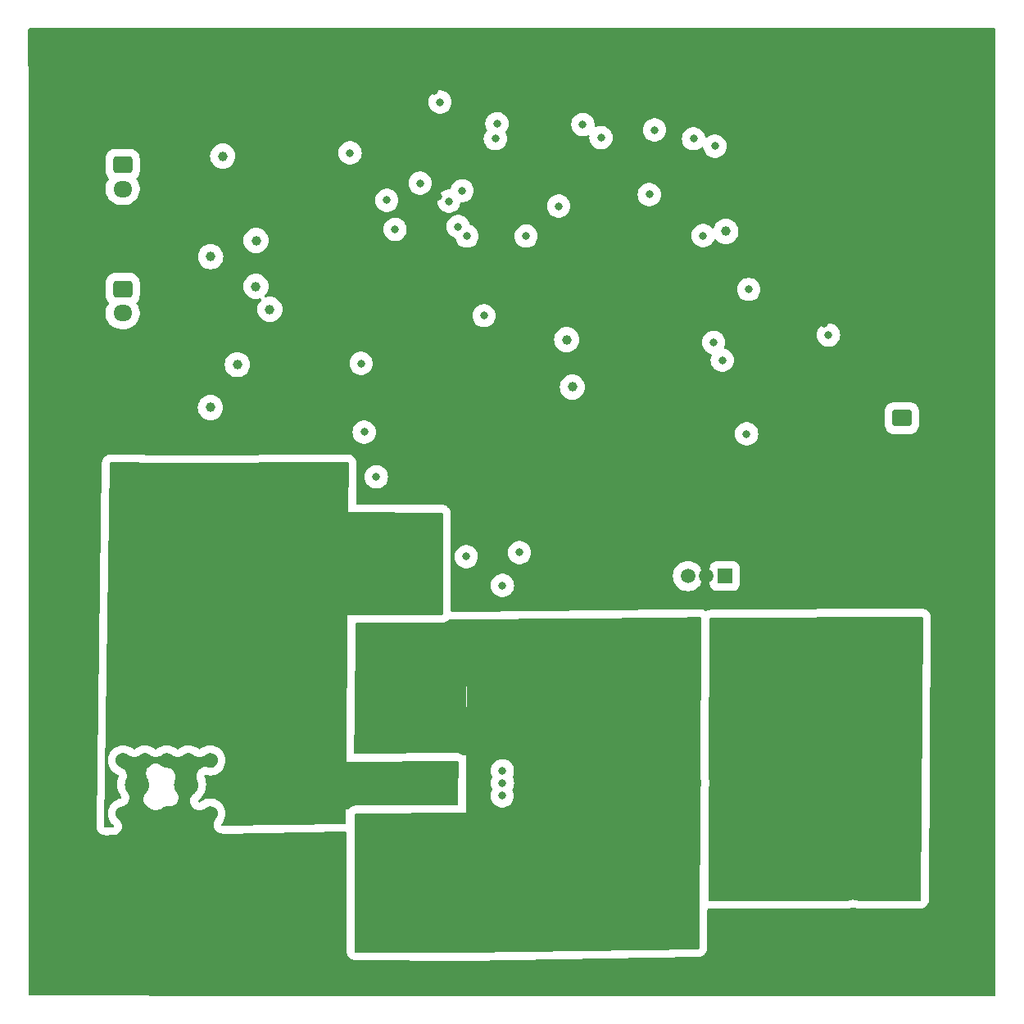
<source format=gbr>
%TF.GenerationSoftware,KiCad,Pcbnew,8.0.5*%
%TF.CreationDate,2024-11-15T14:42:50+00:00*%
%TF.ProjectId,PA_Power_V1,50415f50-6f77-4657-925f-56312e6b6963,rev?*%
%TF.SameCoordinates,Original*%
%TF.FileFunction,Copper,L2,Inr*%
%TF.FilePolarity,Positive*%
%FSLAX46Y46*%
G04 Gerber Fmt 4.6, Leading zero omitted, Abs format (unit mm)*
G04 Created by KiCad (PCBNEW 8.0.5) date 2024-11-15 14:42:50*
%MOMM*%
%LPD*%
G01*
G04 APERTURE LIST*
G04 Aperture macros list*
%AMRoundRect*
0 Rectangle with rounded corners*
0 $1 Rounding radius*
0 $2 $3 $4 $5 $6 $7 $8 $9 X,Y pos of 4 corners*
0 Add a 4 corners polygon primitive as box body*
4,1,4,$2,$3,$4,$5,$6,$7,$8,$9,$2,$3,0*
0 Add four circle primitives for the rounded corners*
1,1,$1+$1,$2,$3*
1,1,$1+$1,$4,$5*
1,1,$1+$1,$6,$7*
1,1,$1+$1,$8,$9*
0 Add four rect primitives between the rounded corners*
20,1,$1+$1,$2,$3,$4,$5,0*
20,1,$1+$1,$4,$5,$6,$7,0*
20,1,$1+$1,$6,$7,$8,$9,0*
20,1,$1+$1,$8,$9,$2,$3,0*%
%AMHorizOval*
0 Thick line with rounded ends*
0 $1 width*
0 $2 $3 position (X,Y) of the first rounded end (center of the circle)*
0 $4 $5 position (X,Y) of the second rounded end (center of the circle)*
0 Add line between two ends*
20,1,$1,$2,$3,$4,$5,0*
0 Add two circle primitives to create the rounded ends*
1,1,$1,$2,$3*
1,1,$1,$4,$5*%
G04 Aperture macros list end*
%TA.AperFunction,ComponentPad*%
%ADD10RoundRect,0.250000X-0.725000X0.600000X-0.725000X-0.600000X0.725000X-0.600000X0.725000X0.600000X0*%
%TD*%
%TA.AperFunction,ComponentPad*%
%ADD11O,1.950000X1.700000*%
%TD*%
%TA.AperFunction,HeatsinkPad*%
%ADD12C,0.500000*%
%TD*%
%TA.AperFunction,ComponentPad*%
%ADD13RoundRect,0.250000X0.750000X-0.600000X0.750000X0.600000X-0.750000X0.600000X-0.750000X-0.600000X0*%
%TD*%
%TA.AperFunction,ComponentPad*%
%ADD14O,2.000000X1.700000*%
%TD*%
%TA.AperFunction,ComponentPad*%
%ADD15C,1.524000*%
%TD*%
%TA.AperFunction,ComponentPad*%
%ADD16C,2.500000*%
%TD*%
%TA.AperFunction,ComponentPad*%
%ADD17C,5.600000*%
%TD*%
%TA.AperFunction,ComponentPad*%
%ADD18R,1.500000X1.500000*%
%TD*%
%TA.AperFunction,ComponentPad*%
%ADD19C,1.500000*%
%TD*%
%TA.AperFunction,ComponentPad*%
%ADD20HorizOval,0.800000X0.000000X0.000000X0.000000X0.000000X0*%
%TD*%
%TA.AperFunction,ComponentPad*%
%ADD21HorizOval,0.800000X0.000000X0.000000X0.000000X0.000000X0*%
%TD*%
%TA.AperFunction,ComponentPad*%
%ADD22C,0.800000*%
%TD*%
%TA.AperFunction,ComponentPad*%
%ADD23O,9.000000X6.000000*%
%TD*%
%TA.AperFunction,ViaPad*%
%ADD24C,1.000000*%
%TD*%
%TA.AperFunction,ViaPad*%
%ADD25C,0.800000*%
%TD*%
G04 APERTURE END LIST*
D10*
%TO.N,Net-(D5-A1)*%
%TO.C,J6*%
X34760000Y-46950000D03*
D11*
%TO.N,Net-(D4-A1)*%
X34760000Y-49450000D03*
%TO.N,GND*%
X34760000Y-51950000D03*
%TD*%
D12*
%TO.N,GND*%
%TO.C,U2*%
X91320000Y-60390000D03*
X91320000Y-61390000D03*
X91320000Y-62390000D03*
X92620000Y-60390000D03*
X92620000Y-61390000D03*
X92620000Y-62390000D03*
%TD*%
D13*
%TO.N,Net-(D7-A1)*%
%TO.C,J7*%
X115300000Y-60290000D03*
D14*
%TO.N,GND*%
X115300000Y-57790000D03*
%TD*%
D15*
%TO.N,Net-(D6-A1)*%
%TO.C,J4*%
X107000000Y-96033800D03*
X107000000Y-101533800D03*
X107000000Y-107033800D03*
X107121400Y-84060000D03*
X107121400Y-89560000D03*
X109250000Y-96033800D03*
X109250000Y-101533800D03*
X109250000Y-107033800D03*
X109371400Y-84060000D03*
X109371400Y-89560000D03*
D16*
X109500000Y-98533800D03*
X109500000Y-104533800D03*
X109621400Y-86560000D03*
X109621400Y-92560000D03*
D15*
X111500000Y-96033800D03*
X111500000Y-101533800D03*
X111500000Y-107033800D03*
X111621400Y-84060000D03*
X111621400Y-89560000D03*
X113750000Y-96033800D03*
X113750000Y-101533800D03*
X113750000Y-107033800D03*
X113871400Y-84060000D03*
X113871400Y-89560000D03*
D16*
X114580000Y-98533800D03*
X114580000Y-104533800D03*
X114701400Y-86560000D03*
X114701400Y-92560000D03*
D15*
X116000000Y-96033800D03*
X116000000Y-101533800D03*
X116000000Y-107033800D03*
X116121400Y-84060000D03*
X116121400Y-89560000D03*
%TD*%
D10*
%TO.N,Net-(D5-A1)*%
%TO.C,J5*%
X34760000Y-34110000D03*
D11*
%TO.N,Net-(D4-A1)*%
X34760000Y-36610000D03*
%TO.N,GND*%
X34760000Y-39110000D03*
%TD*%
D17*
%TO.N,GND*%
%TO.C,H2*%
X31000000Y-114000000D03*
%TD*%
D15*
%TO.N,Net-(D1-A1)*%
%TO.C,J1*%
X43890000Y-78940000D03*
X43890000Y-73440000D03*
X43890000Y-67940000D03*
X43768600Y-90913800D03*
X43768600Y-85413800D03*
X41640000Y-78940000D03*
X41640000Y-73440000D03*
X41640000Y-67940000D03*
X41518600Y-90913800D03*
X41518600Y-85413800D03*
D16*
X41390000Y-76440000D03*
X41390000Y-70440000D03*
X41268600Y-88413800D03*
X41268600Y-82413800D03*
D15*
X39390000Y-78940000D03*
X39390000Y-73440000D03*
X39390000Y-67940000D03*
X39268600Y-90913800D03*
X39268600Y-85413800D03*
X37140000Y-78940000D03*
X37140000Y-73440000D03*
X37140000Y-67940000D03*
X37018600Y-90913800D03*
X37018600Y-85413800D03*
D16*
X36310000Y-76440000D03*
X36310000Y-70440000D03*
X36188600Y-88413800D03*
X36188600Y-82413800D03*
D15*
X34890000Y-78940000D03*
X34890000Y-73440000D03*
X34890000Y-67940000D03*
X34768600Y-90913800D03*
X34768600Y-85413800D03*
%TD*%
D18*
%TO.N,+3.3V*%
%TO.C,U4*%
X97000000Y-76620000D03*
D19*
%TO.N,GND*%
X95090000Y-76620000D03*
%TO.N,/PA_Current*%
X93180000Y-76620000D03*
D20*
%TO.N,Net-(Q1-D)*%
X94040000Y-98650000D03*
D21*
X94040000Y-97390000D03*
D22*
X93290000Y-99680000D03*
X93290000Y-96360000D03*
X92090000Y-100070000D03*
X92090000Y-95970000D03*
X90760000Y-100070000D03*
X90760000Y-95970000D03*
D23*
X90090000Y-98020000D03*
D22*
X89420000Y-100070000D03*
X89420000Y-95970000D03*
X88090000Y-100070000D03*
X88090000Y-95970000D03*
X86890000Y-99680000D03*
X86890000Y-96360000D03*
X86140000Y-98650000D03*
X86140000Y-97390000D03*
%TO.N,Net-(D6-A1)*%
X104040000Y-98650000D03*
X104040000Y-97390000D03*
X103290000Y-99680000D03*
X103290000Y-96360000D03*
X102090000Y-100070000D03*
X102090000Y-95970000D03*
X100760000Y-100070000D03*
X100760000Y-95970000D03*
D23*
X100090000Y-98020000D03*
D22*
X99420000Y-100070000D03*
X99420000Y-95970000D03*
X98090000Y-100070000D03*
X98090000Y-95970000D03*
X96890000Y-99680000D03*
X96890000Y-96360000D03*
D21*
X96140000Y-98650000D03*
D20*
X96140000Y-97390000D03*
%TD*%
D17*
%TO.N,GND*%
%TO.C,H3*%
X119000000Y-26000000D03*
%TD*%
%TO.N,GND*%
%TO.C,H5*%
X119000000Y-70000000D03*
%TD*%
%TO.N,GND*%
%TO.C,H4*%
X31000000Y-26000000D03*
%TD*%
D15*
%TO.N,GND*%
%TO.C,J2*%
X43830000Y-106670000D03*
X43830000Y-101170000D03*
X43830000Y-95670000D03*
X41580000Y-106670000D03*
X41580000Y-101170000D03*
X41580000Y-95670000D03*
D16*
X41330000Y-104170000D03*
X41330000Y-98170000D03*
D15*
X39330000Y-106670000D03*
X39330000Y-101170000D03*
X39330000Y-95670000D03*
X37080000Y-106670000D03*
X37080000Y-101170000D03*
X37080000Y-95670000D03*
D16*
X36250000Y-104170000D03*
X36250000Y-98170000D03*
D15*
X34830000Y-106670000D03*
X34830000Y-101170000D03*
X34830000Y-95670000D03*
%TD*%
D17*
%TO.N,GND*%
%TO.C,H1*%
X119000000Y-114000000D03*
%TD*%
D24*
%TO.N,Net-(U2-EN)*%
X43840000Y-59200000D03*
X81245000Y-57090000D03*
D25*
%TO.N,+3.3V*%
X89190000Y-37190000D03*
X62920000Y-40790000D03*
X99257500Y-61930000D03*
X93767716Y-31419995D03*
X95836956Y-52475000D03*
X82330000Y-29950000D03*
X67570000Y-27630000D03*
X79828009Y-38381993D03*
X74030000Y-98010000D03*
X69450620Y-40501829D03*
X99475000Y-46992500D03*
%TO.N,GND*%
X97790000Y-45620000D03*
D24*
X72560000Y-118050000D03*
X92155000Y-63740000D03*
X103670000Y-111520000D03*
X46940000Y-116630000D03*
X92155000Y-59040000D03*
X118820000Y-84480000D03*
D25*
X114450000Y-43360000D03*
X107290000Y-50550000D03*
D24*
X110270000Y-111380000D03*
X123750000Y-100110000D03*
X100170000Y-79020000D03*
X95040000Y-79610000D03*
X26480000Y-76850000D03*
X118820000Y-100150000D03*
X122920000Y-79020000D03*
X91670000Y-79600000D03*
D25*
X115560000Y-47500000D03*
D24*
X118820000Y-89160000D03*
X51530000Y-108680000D03*
X115840000Y-79020000D03*
D25*
X80047931Y-34775000D03*
D24*
X89280000Y-55920000D03*
D25*
X112450000Y-57350000D03*
D24*
X123750000Y-94930000D03*
X56110000Y-104380000D03*
X46940000Y-112900000D03*
D25*
X111812500Y-53107546D03*
D24*
X56110000Y-116380000D03*
X118820000Y-94970000D03*
X41920000Y-117010000D03*
X56110000Y-108350000D03*
X104850000Y-79020000D03*
X99370000Y-30560000D03*
X80230000Y-79600000D03*
D25*
X99810000Y-36320000D03*
D24*
X51530000Y-104380000D03*
D25*
X106687142Y-46290658D03*
D24*
X104810000Y-74090000D03*
D25*
X89180000Y-74290000D03*
D24*
X123750000Y-89120000D03*
X115800000Y-74090000D03*
X78020000Y-61910000D03*
X123750000Y-107190000D03*
X122880000Y-74090000D03*
D25*
X66930000Y-26500000D03*
D24*
X31410000Y-87300000D03*
X110660000Y-79020000D03*
D25*
X79990000Y-72360000D03*
D24*
X83470000Y-79580000D03*
X123750000Y-84440000D03*
X26480000Y-99600000D03*
X86605000Y-62190000D03*
D25*
X115160000Y-33440000D03*
D24*
X31410000Y-99560000D03*
D25*
X64560000Y-67230000D03*
X73750000Y-41160000D03*
D24*
X76750000Y-79590000D03*
X59380000Y-118080000D03*
X31410000Y-81490000D03*
X31410000Y-92480000D03*
D25*
X61680000Y-61700000D03*
D24*
X31410000Y-76810000D03*
X36990000Y-112230000D03*
X56110000Y-112650000D03*
D25*
X55890000Y-34360000D03*
X55050000Y-40770000D03*
D24*
X51530000Y-116570000D03*
X86020000Y-79590000D03*
X26480000Y-87340000D03*
X100130000Y-74090000D03*
D25*
X101987500Y-45492500D03*
X83000000Y-26710000D03*
D24*
X118820000Y-107230000D03*
X78352233Y-47438859D03*
X26480000Y-81530000D03*
D25*
X109190000Y-45430000D03*
D24*
X46940000Y-104440000D03*
X110620000Y-74090000D03*
X94270000Y-118030000D03*
X36820000Y-51900000D03*
X41920000Y-112190000D03*
D25*
X36850000Y-39040000D03*
D24*
X46940000Y-108740000D03*
X51530000Y-112840000D03*
X26480000Y-105630000D03*
X88540000Y-79560000D03*
D25*
X77448008Y-37490000D03*
D24*
X36990000Y-117050000D03*
D25*
X84320000Y-72840000D03*
D24*
X96110000Y-112420000D03*
X26480000Y-92520000D03*
X31410000Y-105590000D03*
D25*
X43520000Y-28270000D03*
X67390000Y-37370000D03*
D24*
%TO.N,Net-(Q1-D)*%
X84890000Y-114280000D03*
X92050000Y-84700000D03*
X76620000Y-82370000D03*
X76560000Y-88200000D03*
D25*
X67030000Y-84640000D03*
X67000000Y-108310000D03*
X61270000Y-108310000D03*
D24*
X84940000Y-88200000D03*
X85080000Y-103080000D03*
D25*
X72200000Y-108240000D03*
X71060000Y-84570000D03*
D24*
X91880000Y-111120000D03*
X77280000Y-100440000D03*
D25*
X62670000Y-92860000D03*
X66980000Y-93030000D03*
D24*
X77050000Y-108140000D03*
X77280000Y-103360000D03*
X89000000Y-94010000D03*
D25*
X66980000Y-88920000D03*
X62590000Y-89040000D03*
D24*
X85980000Y-82370000D03*
X80690000Y-114610000D03*
X91940000Y-90590000D03*
X81060000Y-103220000D03*
X84990000Y-94010000D03*
X80640000Y-94010000D03*
X88960000Y-88200000D03*
D25*
X72140000Y-103810000D03*
X61720000Y-113060000D03*
D24*
X76650000Y-94010000D03*
D25*
X70960000Y-89000000D03*
D24*
X88530000Y-114280000D03*
X83460000Y-82370000D03*
X88580000Y-108280000D03*
D25*
X72140000Y-112960000D03*
D24*
X76670000Y-114890000D03*
X88530000Y-82370000D03*
X80240000Y-82370000D03*
X88770000Y-102940000D03*
X84990000Y-108420000D03*
X77090000Y-96560000D03*
D25*
X67130000Y-103710000D03*
D24*
X91990000Y-105240000D03*
D25*
X62570000Y-84780000D03*
D24*
X81110000Y-108180000D03*
D25*
X66970000Y-112840000D03*
X70880000Y-92670000D03*
X61510000Y-103600000D03*
D24*
X80370000Y-88200000D03*
D25*
%TO.N,/PA_Current*%
X76455000Y-41485000D03*
%TO.N,/PA_Voltage*%
X70350620Y-41490000D03*
X60990000Y-66370000D03*
%TO.N,/Vgg_Voltage*%
X107710000Y-51700000D03*
X69850528Y-36795000D03*
D24*
%TO.N,+12V*%
X97110000Y-40990000D03*
X80655000Y-52188161D03*
D25*
%TO.N,/Vgg_On*%
X94760000Y-41440000D03*
X62070000Y-37780000D03*
D24*
%TO.N,Net-(D1-A1)*%
X56110000Y-91340000D03*
X56130000Y-83830000D03*
X51610000Y-77310000D03*
X46910000Y-96390000D03*
X51550000Y-83690000D03*
X66510000Y-71160000D03*
X63600000Y-71140000D03*
X51610000Y-70840000D03*
X47010000Y-99870000D03*
D25*
X62790000Y-99760000D03*
X62820000Y-98680000D03*
D24*
X62980000Y-77180000D03*
X46960000Y-83750000D03*
X56110000Y-86810000D03*
X46810000Y-80090000D03*
D25*
X67790000Y-98770000D03*
X67780000Y-99820000D03*
D24*
X51620000Y-66590000D03*
X51600000Y-99810000D03*
X51610000Y-80100000D03*
X51500000Y-96330000D03*
X51610000Y-74410000D03*
D25*
X66640000Y-99820000D03*
D24*
X66730000Y-77030000D03*
D25*
X66730000Y-96660000D03*
D24*
X56290000Y-77200000D03*
X46810000Y-77300000D03*
X60920000Y-71110000D03*
X46940000Y-86960000D03*
X63560000Y-74410000D03*
X51530000Y-86900000D03*
D25*
X59700000Y-99740000D03*
D24*
X66710000Y-79790000D03*
X46820000Y-66580000D03*
X46810000Y-70830000D03*
X60980000Y-79930000D03*
X56290000Y-70730000D03*
D25*
X67870000Y-96660000D03*
D24*
X46940000Y-91500000D03*
X56290000Y-74410000D03*
X56290000Y-79990000D03*
X56110000Y-99850000D03*
X46810000Y-74410000D03*
X51530000Y-91440000D03*
X62960000Y-79940000D03*
X56110000Y-96400000D03*
X56300000Y-66480000D03*
X66540000Y-74500000D03*
D25*
X62820000Y-97660000D03*
X67840000Y-97690000D03*
X59800000Y-96650000D03*
X66650000Y-98770000D03*
X66700000Y-97690000D03*
X62900000Y-96580000D03*
X59710000Y-98260000D03*
D24*
X60980000Y-77140000D03*
X60980000Y-74410000D03*
%TO.N,Net-(D6-A1)*%
X111290000Y-109420000D03*
X97060000Y-91570000D03*
X104120000Y-85890000D03*
X99330000Y-89380000D03*
X104120000Y-89480000D03*
X103670000Y-105570000D03*
X97060000Y-87720000D03*
X104120000Y-82010000D03*
X99330000Y-85790000D03*
X96840000Y-103700000D03*
X96730000Y-108570000D03*
X104120000Y-93320000D03*
X103670000Y-102200000D03*
X97060000Y-83950000D03*
X99330000Y-81910000D03*
X99530000Y-105600000D03*
X99330000Y-93220000D03*
X99530000Y-102230000D03*
D25*
%TO.N,Net-(C10-Pad1)*%
X59410000Y-54640000D03*
X59730000Y-61740000D03*
D24*
%TO.N,Net-(C13-Pad1)*%
X48540000Y-46680000D03*
X49980000Y-49060000D03*
D25*
%TO.N,Net-(D3-A)*%
X72120000Y-49710000D03*
X75780000Y-74190000D03*
D24*
%TO.N,Net-(D4-A1)*%
X43860965Y-43609035D03*
X45110000Y-33220000D03*
D25*
%TO.N,Net-(J3-Pin_4)*%
X84210000Y-31310000D03*
X73290000Y-31419995D03*
X73451523Y-29869995D03*
X89740000Y-30519995D03*
D24*
%TO.N,Net-(C16-Pad1)*%
X48560000Y-41940000D03*
X46620000Y-54770000D03*
D25*
%TO.N,Net-(D2-A)*%
X74020000Y-77590749D03*
X74010000Y-96740002D03*
%TO.N,/Vgg Cntrl*%
X95985005Y-32194995D03*
X58270000Y-32880000D03*
%TO.N,Net-(U5-AIN3)*%
X70280000Y-74610000D03*
X68490000Y-37880000D03*
X74000000Y-99340000D03*
%TO.N,/12V_Good*%
X96740000Y-54316992D03*
X65510000Y-36015000D03*
%TD*%
%TA.AperFunction,Conductor*%
%TO.N,Net-(D1-A1)*%
G36*
X67736404Y-70049830D02*
G01*
X67803415Y-70069607D01*
X67849098Y-70122473D01*
X67860233Y-70173596D01*
X67879763Y-80514862D01*
X67860205Y-80581938D01*
X67807487Y-80627793D01*
X67754865Y-80639093D01*
X67047563Y-80633967D01*
X66500000Y-80630000D01*
X66499978Y-80630000D01*
X66499976Y-80630000D01*
X58004963Y-80638221D01*
X58095696Y-70036605D01*
X67736404Y-70049830D01*
G37*
%TD.AperFunction*%
%TD*%
%TA.AperFunction,Conductor*%
%TO.N,Net-(D1-A1)*%
G36*
X39530000Y-64930000D02*
G01*
X58014464Y-64860472D01*
X58081577Y-64879904D01*
X58127530Y-64932536D01*
X58138925Y-64985532D01*
X58095695Y-70036604D01*
X58095696Y-70036604D01*
X58004963Y-80638223D01*
X58004962Y-80638224D01*
X57875183Y-95802051D01*
X57875184Y-95802050D01*
X57833074Y-100722350D01*
X57833073Y-100722351D01*
X57821037Y-102128820D01*
X57800780Y-102195689D01*
X57747586Y-102240990D01*
X57698830Y-102251746D01*
X45076249Y-102433730D01*
X45008932Y-102415014D01*
X44962421Y-102362875D01*
X44951481Y-102293867D01*
X44979587Y-102229900D01*
X44980005Y-102229406D01*
X45097998Y-102091255D01*
X45226503Y-101881554D01*
X45320621Y-101654332D01*
X45378036Y-101415185D01*
X45397332Y-101170000D01*
X45378036Y-100924815D01*
X45320621Y-100685668D01*
X45230503Y-100468102D01*
X45226505Y-100458449D01*
X45226503Y-100458446D01*
X45098001Y-100248750D01*
X45098000Y-100248747D01*
X45061915Y-100206498D01*
X44938271Y-100061729D01*
X44799527Y-99943230D01*
X44751252Y-99901999D01*
X44751249Y-99901998D01*
X44541553Y-99773496D01*
X44541550Y-99773494D01*
X44314336Y-99679380D01*
X44242369Y-99662102D01*
X44075185Y-99621964D01*
X44075182Y-99621963D01*
X44075179Y-99621963D01*
X43830000Y-99602668D01*
X43584820Y-99621963D01*
X43584816Y-99621963D01*
X43584815Y-99621964D01*
X43465241Y-99650671D01*
X43345663Y-99679380D01*
X43118449Y-99773494D01*
X43118446Y-99773496D01*
X42908750Y-99901998D01*
X42908741Y-99902004D01*
X42785531Y-100007236D01*
X42721770Y-100035807D01*
X42652684Y-100025370D01*
X42624469Y-100007237D01*
X42624468Y-100007236D01*
X42589472Y-99977347D01*
X42551281Y-99918843D01*
X42550781Y-99848975D01*
X42588134Y-99789928D01*
X42591750Y-99786870D01*
X42608189Y-99773496D01*
X42732845Y-99672081D01*
X42924312Y-99467069D01*
X43086081Y-99237896D01*
X43215136Y-98988830D01*
X43309075Y-98724511D01*
X43309076Y-98724504D01*
X43309078Y-98724499D01*
X43335571Y-98597005D01*
X43366148Y-98449862D01*
X43385291Y-98170000D01*
X43366148Y-97890138D01*
X43346443Y-97795315D01*
X43309078Y-97615500D01*
X43309073Y-97615483D01*
X43215136Y-97351169D01*
X43208697Y-97338743D01*
X43195330Y-97270164D01*
X43221162Y-97205245D01*
X43277991Y-97164597D01*
X43347738Y-97161118D01*
X43584815Y-97218036D01*
X43830000Y-97237332D01*
X44075185Y-97218036D01*
X44314332Y-97160621D01*
X44485986Y-97089520D01*
X44541550Y-97066505D01*
X44541551Y-97066504D01*
X44541554Y-97066503D01*
X44751255Y-96937998D01*
X44938271Y-96778271D01*
X45097998Y-96591255D01*
X45226503Y-96381554D01*
X45320621Y-96154332D01*
X45378036Y-95915185D01*
X45397332Y-95670000D01*
X45378036Y-95424815D01*
X45320621Y-95185668D01*
X45320619Y-95185663D01*
X45226505Y-94958449D01*
X45226503Y-94958446D01*
X45098001Y-94748750D01*
X45098000Y-94748747D01*
X45061915Y-94706498D01*
X44938271Y-94561729D01*
X44814625Y-94456125D01*
X44751252Y-94401999D01*
X44751249Y-94401998D01*
X44541553Y-94273496D01*
X44541550Y-94273494D01*
X44314336Y-94179380D01*
X44314332Y-94179379D01*
X44075185Y-94121964D01*
X44075182Y-94121963D01*
X44075179Y-94121963D01*
X43830000Y-94102668D01*
X43584820Y-94121963D01*
X43584816Y-94121963D01*
X43584815Y-94121964D01*
X43465241Y-94150671D01*
X43345663Y-94179380D01*
X43118449Y-94273494D01*
X43118446Y-94273496D01*
X42908750Y-94401998D01*
X42908741Y-94402004D01*
X42785531Y-94507236D01*
X42721770Y-94535807D01*
X42652684Y-94525370D01*
X42624469Y-94507236D01*
X42501258Y-94402004D01*
X42501249Y-94401998D01*
X42291553Y-94273496D01*
X42291550Y-94273494D01*
X42064336Y-94179380D01*
X42064332Y-94179379D01*
X41825185Y-94121964D01*
X41825182Y-94121963D01*
X41825179Y-94121963D01*
X41580000Y-94102668D01*
X41334820Y-94121963D01*
X41334816Y-94121963D01*
X41334815Y-94121964D01*
X41215241Y-94150671D01*
X41095663Y-94179380D01*
X40868449Y-94273494D01*
X40868446Y-94273496D01*
X40658750Y-94401998D01*
X40658741Y-94402004D01*
X40535531Y-94507236D01*
X40471770Y-94535807D01*
X40402684Y-94525370D01*
X40374469Y-94507236D01*
X40251258Y-94402004D01*
X40251249Y-94401998D01*
X40041553Y-94273496D01*
X40041550Y-94273494D01*
X39814336Y-94179380D01*
X39814332Y-94179379D01*
X39575185Y-94121964D01*
X39575182Y-94121963D01*
X39575179Y-94121963D01*
X39330000Y-94102668D01*
X39084820Y-94121963D01*
X39084816Y-94121963D01*
X39084815Y-94121964D01*
X38965241Y-94150671D01*
X38845663Y-94179380D01*
X38618449Y-94273494D01*
X38618446Y-94273496D01*
X38408750Y-94401998D01*
X38408741Y-94402004D01*
X38285531Y-94507236D01*
X38221770Y-94535807D01*
X38152684Y-94525370D01*
X38124469Y-94507236D01*
X38001258Y-94402004D01*
X38001249Y-94401998D01*
X37791553Y-94273496D01*
X37791550Y-94273494D01*
X37564336Y-94179380D01*
X37564332Y-94179379D01*
X37325185Y-94121964D01*
X37325182Y-94121963D01*
X37325179Y-94121963D01*
X37080000Y-94102668D01*
X36834820Y-94121963D01*
X36834816Y-94121963D01*
X36834815Y-94121964D01*
X36715241Y-94150671D01*
X36595663Y-94179380D01*
X36368449Y-94273494D01*
X36368446Y-94273496D01*
X36158750Y-94401998D01*
X36158741Y-94402004D01*
X36035531Y-94507236D01*
X35971770Y-94535807D01*
X35902684Y-94525370D01*
X35874469Y-94507236D01*
X35751258Y-94402004D01*
X35751249Y-94401998D01*
X35541553Y-94273496D01*
X35541550Y-94273494D01*
X35314336Y-94179380D01*
X35314332Y-94179379D01*
X35075185Y-94121964D01*
X35075182Y-94121963D01*
X35075179Y-94121963D01*
X34830000Y-94102668D01*
X34584820Y-94121963D01*
X34584816Y-94121963D01*
X34584815Y-94121964D01*
X34465241Y-94150671D01*
X34345663Y-94179380D01*
X34118449Y-94273494D01*
X34118446Y-94273496D01*
X33908750Y-94401998D01*
X33908747Y-94401999D01*
X33721729Y-94561729D01*
X33561999Y-94748747D01*
X33561998Y-94748750D01*
X33433496Y-94958446D01*
X33433494Y-94958449D01*
X33339380Y-95185663D01*
X33281963Y-95424820D01*
X33262668Y-95670000D01*
X33281963Y-95915179D01*
X33339380Y-96154336D01*
X33433494Y-96381550D01*
X33433496Y-96381553D01*
X33561998Y-96591249D01*
X33561999Y-96591252D01*
X33562002Y-96591255D01*
X33721729Y-96778271D01*
X33866498Y-96901915D01*
X33908747Y-96938000D01*
X33908750Y-96938001D01*
X34118445Y-97066503D01*
X34317976Y-97149151D01*
X34372379Y-97192992D01*
X34394444Y-97259286D01*
X34380621Y-97320759D01*
X34364864Y-97351167D01*
X34364862Y-97351174D01*
X34270926Y-97615483D01*
X34270921Y-97615500D01*
X34213852Y-97890135D01*
X34213851Y-97890137D01*
X34194709Y-98170000D01*
X34213851Y-98449862D01*
X34213852Y-98449864D01*
X34270921Y-98724499D01*
X34270926Y-98724516D01*
X34364863Y-98988828D01*
X34364864Y-98988830D01*
X34493919Y-99237896D01*
X34633457Y-99435576D01*
X34656036Y-99501695D01*
X34639283Y-99569526D01*
X34588517Y-99617533D01*
X34561101Y-99627657D01*
X34345663Y-99679380D01*
X34118449Y-99773494D01*
X34118446Y-99773496D01*
X33908750Y-99901998D01*
X33908747Y-99901999D01*
X33721729Y-100061729D01*
X33561999Y-100248747D01*
X33561998Y-100248750D01*
X33433496Y-100458446D01*
X33433494Y-100458449D01*
X33339380Y-100685663D01*
X33281963Y-100924820D01*
X33262668Y-101170000D01*
X33281963Y-101415179D01*
X33339380Y-101654336D01*
X33433494Y-101881550D01*
X33433496Y-101881553D01*
X33561998Y-102091249D01*
X33561999Y-102091252D01*
X33616125Y-102154625D01*
X33721729Y-102278271D01*
X33839195Y-102378597D01*
X33877388Y-102437103D01*
X33877887Y-102506970D01*
X33840533Y-102566017D01*
X33777186Y-102595495D01*
X33760451Y-102596873D01*
X32977734Y-102608158D01*
X32910417Y-102589442D01*
X32863906Y-102537303D01*
X32851961Y-102482267D01*
X32852707Y-102433730D01*
X33428097Y-64963910D01*
X33448808Y-64897182D01*
X33502308Y-64852243D01*
X33553910Y-64841828D01*
X39530000Y-64930000D01*
G37*
%TD.AperFunction*%
%TD*%
%TA.AperFunction,Conductor*%
%TO.N,Net-(Q1-D)*%
G36*
X70210000Y-115569979D02*
G01*
X70210000Y-115569986D01*
X70208728Y-115569994D01*
X58853460Y-115520537D01*
X58786507Y-115500560D01*
X58740982Y-115447558D01*
X58730000Y-115396538D01*
X58730000Y-101283360D01*
X58749685Y-101216321D01*
X58802489Y-101170566D01*
X58853356Y-101159362D01*
X70251977Y-101100454D01*
X70210000Y-115569979D01*
G37*
%TD.AperFunction*%
%TD*%
%TA.AperFunction,Conductor*%
%TO.N,Net-(Q1-D)*%
G36*
X70269181Y-95170184D02*
G01*
X70269180Y-95170185D01*
X70269181Y-95170185D01*
X70032484Y-95171610D01*
X69965328Y-95152329D01*
X69943847Y-95135083D01*
X69939113Y-95130326D01*
X69791733Y-95026342D01*
X69624906Y-94957758D01*
X69624891Y-94957753D01*
X69557728Y-94938597D01*
X69509942Y-94926535D01*
X69509927Y-94926532D01*
X69330538Y-94907726D01*
X58813694Y-94989251D01*
X58746504Y-94970087D01*
X58700341Y-94917639D01*
X58688738Y-94864196D01*
X58719827Y-91231649D01*
X58815870Y-81565580D01*
X58836220Y-81498742D01*
X58889476Y-81453514D01*
X58939738Y-81442816D01*
X66497095Y-81435503D01*
X66497862Y-81435505D01*
X66990627Y-81439074D01*
X66990628Y-81439075D01*
X67041725Y-81439445D01*
X67041725Y-81439446D01*
X67749027Y-81444572D01*
X67923982Y-81426640D01*
X67976604Y-81415340D01*
X68020078Y-81404733D01*
X68163455Y-81347584D01*
X68187631Y-81337948D01*
X68187634Y-81337946D01*
X68336126Y-81235552D01*
X68388844Y-81189697D01*
X68435947Y-81143370D01*
X68497545Y-81110396D01*
X68522344Y-81107779D01*
X70310000Y-81100000D01*
X70269181Y-95170184D01*
G37*
%TD.AperFunction*%
%TD*%
%TA.AperFunction,Conductor*%
%TO.N,GND*%
G36*
X124943039Y-20019685D02*
G01*
X124988794Y-20072489D01*
X125000000Y-20124000D01*
X125000000Y-119876000D01*
X124980315Y-119943039D01*
X124927511Y-119988794D01*
X124876000Y-120000000D01*
X50055000Y-120000000D01*
X25183888Y-119990049D01*
X25116857Y-119970338D01*
X25071123Y-119917515D01*
X25059938Y-119866111D01*
X25058192Y-116375420D01*
X25051241Y-102473669D01*
X32046507Y-102473669D01*
X32064788Y-102653115D01*
X32064789Y-102653124D01*
X32076731Y-102708142D01*
X32089686Y-102759599D01*
X32089689Y-102759608D01*
X32158567Y-102926312D01*
X32262817Y-103073514D01*
X32309322Y-103125646D01*
X32309326Y-103125650D01*
X32379296Y-103195033D01*
X32527369Y-103298035D01*
X32694650Y-103365506D01*
X32694651Y-103365506D01*
X32694653Y-103365507D01*
X32706458Y-103368789D01*
X32761967Y-103384222D01*
X32809833Y-103395965D01*
X32989346Y-103413574D01*
X33669567Y-103403766D01*
X33772073Y-103402289D01*
X33826541Y-103399657D01*
X33826551Y-103399656D01*
X33826554Y-103399656D01*
X33843289Y-103398278D01*
X33945998Y-103383107D01*
X33946001Y-103383106D01*
X33946002Y-103383106D01*
X34032866Y-103353997D01*
X34117025Y-103325796D01*
X34180372Y-103296318D01*
X34266997Y-103249361D01*
X34408363Y-103137330D01*
X34521256Y-102996652D01*
X34558610Y-102937605D01*
X34606095Y-102851271D01*
X34664452Y-102680597D01*
X34683366Y-102501217D01*
X34682867Y-102431350D01*
X34676138Y-102333046D01*
X34632957Y-102157916D01*
X34551889Y-101996786D01*
X34551887Y-101996781D01*
X34513692Y-101938274D01*
X34485508Y-101897858D01*
X34485502Y-101897851D01*
X34362328Y-101766092D01*
X34300481Y-101713268D01*
X34286725Y-101699512D01*
X34228629Y-101631492D01*
X34228629Y-101631491D01*
X34222015Y-101623747D01*
X34210577Y-101608004D01*
X34158517Y-101523049D01*
X34149684Y-101505713D01*
X34111561Y-101413676D01*
X34105548Y-101395171D01*
X34082283Y-101298267D01*
X34079239Y-101279047D01*
X34071423Y-101179720D01*
X34071423Y-101160277D01*
X34079239Y-101060945D01*
X34082283Y-101041730D01*
X34082286Y-101041720D01*
X34105549Y-100944822D01*
X34111561Y-100926321D01*
X34146902Y-100841002D01*
X34149686Y-100834279D01*
X34158519Y-100816945D01*
X34184169Y-100775089D01*
X34210580Y-100731990D01*
X34222014Y-100716252D01*
X34286730Y-100640479D01*
X34300479Y-100626730D01*
X34376254Y-100562012D01*
X34391994Y-100550577D01*
X34476957Y-100498511D01*
X34494263Y-100489693D01*
X34586342Y-100451553D01*
X34604827Y-100445547D01*
X34749144Y-100410900D01*
X34840134Y-100383283D01*
X34867550Y-100373159D01*
X34997858Y-100311269D01*
X35141966Y-100202789D01*
X35192732Y-100154782D01*
X35260042Y-100082837D01*
X35358701Y-99931835D01*
X35421285Y-99762666D01*
X35422407Y-99758122D01*
X35426877Y-99740026D01*
X36910323Y-99740026D01*
X36910324Y-99740034D01*
X36910324Y-99740035D01*
X36915127Y-99762669D01*
X36947766Y-99916480D01*
X36969833Y-99982778D01*
X37006603Y-100074177D01*
X37006606Y-100074182D01*
X37006607Y-100074184D01*
X37101792Y-100227399D01*
X37228684Y-100355592D01*
X37281818Y-100398410D01*
X37281818Y-100398409D01*
X37310854Y-100421808D01*
X37320962Y-100428084D01*
X37322507Y-100429253D01*
X37326224Y-100431668D01*
X37325538Y-100432723D01*
X37326655Y-100433852D01*
X37326893Y-100433465D01*
X37518009Y-100550581D01*
X37533750Y-100562017D01*
X37601333Y-100619738D01*
X37601339Y-100619743D01*
X37688960Y-100684851D01*
X37688964Y-100684853D01*
X37688966Y-100684855D01*
X37717164Y-100702979D01*
X37717175Y-100702985D01*
X37858148Y-100775089D01*
X38032360Y-100821832D01*
X38101446Y-100832269D01*
X38199597Y-100841002D01*
X38379326Y-100825748D01*
X38551154Y-100770883D01*
X38614915Y-100742312D01*
X38659252Y-100720792D01*
X38782430Y-100637483D01*
X38808653Y-100619748D01*
X38808654Y-100619746D01*
X38808663Y-100619741D01*
X38876258Y-100562007D01*
X38891974Y-100550588D01*
X38976962Y-100498508D01*
X38994273Y-100489688D01*
X39086335Y-100451555D01*
X39104819Y-100445549D01*
X39153287Y-100433914D01*
X39153286Y-100433913D01*
X39201730Y-100422283D01*
X39220938Y-100419240D01*
X39320279Y-100411423D01*
X39339721Y-100411423D01*
X39498174Y-100423892D01*
X39501091Y-100424158D01*
X39565943Y-100430850D01*
X39695338Y-100421248D01*
X39745814Y-100417504D01*
X39745820Y-100417503D01*
X39745823Y-100417503D01*
X39782146Y-100410658D01*
X39814464Y-100404568D01*
X39814467Y-100404567D01*
X39814484Y-100404564D01*
X39910022Y-100380427D01*
X40074656Y-100306733D01*
X40218764Y-100198253D01*
X40269530Y-100150246D01*
X40336840Y-100078301D01*
X40435499Y-99927299D01*
X40498083Y-99758130D01*
X40514836Y-99690299D01*
X40532567Y-99593371D01*
X40533926Y-99413001D01*
X40495114Y-99236852D01*
X40491586Y-99226521D01*
X40472539Y-99170743D01*
X40469263Y-99162032D01*
X40455189Y-99124602D01*
X40368323Y-98966521D01*
X40268646Y-98825312D01*
X40259859Y-98810862D01*
X40189303Y-98674694D01*
X40182562Y-98659174D01*
X40131205Y-98514668D01*
X40126639Y-98498372D01*
X40095436Y-98348216D01*
X40093133Y-98331465D01*
X40082668Y-98178449D01*
X40082668Y-98161548D01*
X40093134Y-98008530D01*
X40095436Y-97991781D01*
X40126642Y-97841615D01*
X40131201Y-97825340D01*
X40185906Y-97671419D01*
X40200727Y-97625381D01*
X40204862Y-97611078D01*
X40226244Y-97515808D01*
X40234887Y-97335641D01*
X40230400Y-97265915D01*
X40218070Y-97168152D01*
X40164960Y-96995773D01*
X40074824Y-96839535D01*
X40033353Y-96783305D01*
X39970138Y-96707742D01*
X39832266Y-96591438D01*
X39832265Y-96591437D01*
X39671970Y-96508730D01*
X39606691Y-96483850D01*
X39606689Y-96483849D01*
X39606683Y-96483847D01*
X39594074Y-96479478D01*
X39560099Y-96467705D01*
X39560093Y-96467704D01*
X39383011Y-96433513D01*
X39382999Y-96433512D01*
X39362079Y-96431865D01*
X39220938Y-96420757D01*
X39201720Y-96417713D01*
X39104838Y-96394454D01*
X39086332Y-96388441D01*
X38994282Y-96350312D01*
X38976945Y-96341478D01*
X38891994Y-96289420D01*
X38876254Y-96277984D01*
X38808674Y-96220267D01*
X38808662Y-96220257D01*
X38808661Y-96220256D01*
X38721023Y-96155138D01*
X38721017Y-96155134D01*
X38692814Y-96137008D01*
X38551863Y-96064915D01*
X38551858Y-96064914D01*
X38377660Y-96018172D01*
X38377653Y-96018170D01*
X38377651Y-96018170D01*
X38354883Y-96014730D01*
X38308555Y-96007730D01*
X38210426Y-95998999D01*
X38210420Y-95998998D01*
X38030693Y-96014248D01*
X38030692Y-96014248D01*
X37858873Y-96069105D01*
X37858857Y-96069112D01*
X37795104Y-96097677D01*
X37750748Y-96119204D01*
X37601336Y-96220256D01*
X37494834Y-96311218D01*
X37399728Y-96407380D01*
X37399722Y-96407385D01*
X37399722Y-96407387D01*
X37373127Y-96439231D01*
X37373025Y-96439354D01*
X37370618Y-96442250D01*
X37370609Y-96442262D01*
X37271953Y-96593259D01*
X37209371Y-96762424D01*
X37209367Y-96762435D01*
X37192621Y-96830236D01*
X37174886Y-96927180D01*
X37173525Y-97107542D01*
X37173526Y-97107546D01*
X37212336Y-97283696D01*
X37234914Y-97349816D01*
X37252271Y-97395976D01*
X37266594Y-97422040D01*
X37268034Y-97428578D01*
X37390692Y-97665297D01*
X37397434Y-97680820D01*
X37448791Y-97825325D01*
X37453357Y-97841621D01*
X37478290Y-97961606D01*
X37478300Y-97961650D01*
X37484559Y-97991769D01*
X37486864Y-98008536D01*
X37497330Y-98161537D01*
X37497330Y-98178462D01*
X37486864Y-98331461D01*
X37484560Y-98348223D01*
X37466919Y-98433119D01*
X37466918Y-98433124D01*
X37466918Y-98433125D01*
X37453358Y-98498373D01*
X37448793Y-98514666D01*
X37397434Y-98659179D01*
X37390691Y-98674703D01*
X37320139Y-98810862D01*
X37311345Y-98825322D01*
X37222908Y-98950609D01*
X37212229Y-98963736D01*
X37164206Y-99015158D01*
X37164197Y-99015167D01*
X37156694Y-99023198D01*
X37156682Y-99023212D01*
X37100888Y-99089811D01*
X37084868Y-99111177D01*
X37084863Y-99111184D01*
X37012741Y-99226518D01*
X37012740Y-99226519D01*
X36948846Y-99395192D01*
X36931562Y-99462914D01*
X36931562Y-99462915D01*
X36913083Y-99559681D01*
X36913082Y-99559685D01*
X36910323Y-99740026D01*
X35426877Y-99740026D01*
X35438030Y-99694868D01*
X35438035Y-99694846D01*
X35438038Y-99694835D01*
X35455770Y-99597903D01*
X35457127Y-99417534D01*
X35418315Y-99241384D01*
X35395736Y-99175265D01*
X35378391Y-99129140D01*
X35375897Y-99124602D01*
X35349089Y-99075816D01*
X35291526Y-98971060D01*
X35188649Y-98825317D01*
X35179861Y-98810865D01*
X35179859Y-98810862D01*
X35109302Y-98674694D01*
X35102562Y-98659174D01*
X35051205Y-98514668D01*
X35046639Y-98498372D01*
X35015436Y-98348216D01*
X35013133Y-98331465D01*
X35002668Y-98178449D01*
X35002668Y-98161548D01*
X35013134Y-98008530D01*
X35015433Y-97991795D01*
X35046644Y-97841599D01*
X35051200Y-97825343D01*
X35104225Y-97676145D01*
X35106736Y-97669665D01*
X35107461Y-97667935D01*
X35107471Y-97667917D01*
X35119522Y-97633114D01*
X35119848Y-97632187D01*
X35122270Y-97625374D01*
X35123853Y-97620921D01*
X35124740Y-97618148D01*
X35125622Y-97615503D01*
X35166498Y-97497474D01*
X35180321Y-97436001D01*
X35193406Y-97361706D01*
X35196165Y-97181353D01*
X35158722Y-97004907D01*
X35136657Y-96938613D01*
X35132057Y-96927180D01*
X35099887Y-96847214D01*
X35099886Y-96847212D01*
X35099884Y-96847207D01*
X35095113Y-96839528D01*
X35038478Y-96748364D01*
X35004699Y-96693991D01*
X35004697Y-96693989D01*
X35004696Y-96693987D01*
X34877810Y-96565801D01*
X34877809Y-96565800D01*
X34877807Y-96565798D01*
X34823404Y-96521957D01*
X34784094Y-96492216D01*
X34739743Y-96467704D01*
X34626229Y-96404966D01*
X34626219Y-96404961D01*
X34494281Y-96350312D01*
X34476949Y-96341481D01*
X34407438Y-96298885D01*
X34391992Y-96289419D01*
X34376252Y-96277983D01*
X34300487Y-96213274D01*
X34286727Y-96199514D01*
X34222012Y-96123742D01*
X34210576Y-96108001D01*
X34158519Y-96023052D01*
X34149685Y-96005715D01*
X34111561Y-95913676D01*
X34105548Y-95895171D01*
X34082283Y-95798267D01*
X34079239Y-95779047D01*
X34071423Y-95679720D01*
X34071423Y-95660277D01*
X34079239Y-95560945D01*
X34082283Y-95541730D01*
X34082286Y-95541720D01*
X34105549Y-95444822D01*
X34111561Y-95426321D01*
X34146902Y-95341002D01*
X34149686Y-95334279D01*
X34158519Y-95316945D01*
X34184169Y-95275089D01*
X34210580Y-95231990D01*
X34222014Y-95216252D01*
X34286730Y-95140479D01*
X34300479Y-95126730D01*
X34376254Y-95062012D01*
X34391994Y-95050577D01*
X34476948Y-94998517D01*
X34494278Y-94989686D01*
X34586335Y-94951555D01*
X34604819Y-94945549D01*
X34653287Y-94933914D01*
X34653286Y-94933913D01*
X34701730Y-94922283D01*
X34720938Y-94919240D01*
X34820278Y-94911423D01*
X34839720Y-94911423D01*
X34939058Y-94919240D01*
X34958274Y-94922284D01*
X35055173Y-94945548D01*
X35073659Y-94951554D01*
X35165724Y-94989688D01*
X35183044Y-94998514D01*
X35268012Y-95050582D01*
X35283746Y-95062013D01*
X35351339Y-95119743D01*
X35438960Y-95184851D01*
X35438968Y-95184856D01*
X35467164Y-95202979D01*
X35467175Y-95202985D01*
X35608148Y-95275089D01*
X35782360Y-95321832D01*
X35851446Y-95332269D01*
X35949597Y-95341002D01*
X36129326Y-95325748D01*
X36301154Y-95270883D01*
X36364915Y-95242312D01*
X36409252Y-95220792D01*
X36558663Y-95119741D01*
X36626258Y-95062007D01*
X36641974Y-95050588D01*
X36726962Y-94998508D01*
X36744273Y-94989688D01*
X36836335Y-94951555D01*
X36854819Y-94945549D01*
X36903287Y-94933914D01*
X36903286Y-94933913D01*
X36951730Y-94922283D01*
X36970938Y-94919240D01*
X37070278Y-94911423D01*
X37089720Y-94911423D01*
X37189058Y-94919240D01*
X37208274Y-94922284D01*
X37305173Y-94945548D01*
X37323659Y-94951554D01*
X37415724Y-94989688D01*
X37433044Y-94998514D01*
X37518012Y-95050582D01*
X37533746Y-95062013D01*
X37601339Y-95119743D01*
X37688960Y-95184851D01*
X37688968Y-95184856D01*
X37717164Y-95202979D01*
X37717175Y-95202985D01*
X37858148Y-95275089D01*
X38032360Y-95321832D01*
X38101446Y-95332269D01*
X38199597Y-95341002D01*
X38379326Y-95325748D01*
X38551154Y-95270883D01*
X38614915Y-95242312D01*
X38659252Y-95220792D01*
X38808663Y-95119741D01*
X38876258Y-95062007D01*
X38891974Y-95050588D01*
X38976962Y-94998508D01*
X38994273Y-94989688D01*
X39086335Y-94951555D01*
X39104819Y-94945549D01*
X39153287Y-94933914D01*
X39153286Y-94933913D01*
X39201730Y-94922283D01*
X39220938Y-94919240D01*
X39320278Y-94911423D01*
X39339720Y-94911423D01*
X39439058Y-94919240D01*
X39458274Y-94922284D01*
X39555173Y-94945548D01*
X39573659Y-94951554D01*
X39665724Y-94989688D01*
X39683044Y-94998514D01*
X39768012Y-95050582D01*
X39783746Y-95062013D01*
X39851339Y-95119743D01*
X39938960Y-95184851D01*
X39938968Y-95184856D01*
X39967164Y-95202979D01*
X39967175Y-95202985D01*
X40108148Y-95275089D01*
X40282360Y-95321832D01*
X40351446Y-95332269D01*
X40449597Y-95341002D01*
X40629326Y-95325748D01*
X40801154Y-95270883D01*
X40864915Y-95242312D01*
X40909252Y-95220792D01*
X41058663Y-95119741D01*
X41126258Y-95062007D01*
X41141974Y-95050588D01*
X41226962Y-94998508D01*
X41244273Y-94989688D01*
X41336335Y-94951555D01*
X41354819Y-94945549D01*
X41403287Y-94933914D01*
X41403286Y-94933913D01*
X41451730Y-94922283D01*
X41470938Y-94919240D01*
X41570278Y-94911423D01*
X41589720Y-94911423D01*
X41689058Y-94919240D01*
X41708274Y-94922284D01*
X41805173Y-94945548D01*
X41823659Y-94951554D01*
X41915724Y-94989688D01*
X41933044Y-94998514D01*
X42018012Y-95050582D01*
X42033746Y-95062013D01*
X42101339Y-95119743D01*
X42188960Y-95184851D01*
X42188968Y-95184856D01*
X42217164Y-95202979D01*
X42217175Y-95202985D01*
X42358148Y-95275089D01*
X42532360Y-95321832D01*
X42601446Y-95332269D01*
X42699597Y-95341002D01*
X42879326Y-95325748D01*
X43051154Y-95270883D01*
X43114915Y-95242312D01*
X43159252Y-95220792D01*
X43308663Y-95119741D01*
X43376258Y-95062007D01*
X43391974Y-95050588D01*
X43476962Y-94998508D01*
X43494273Y-94989688D01*
X43586335Y-94951555D01*
X43604819Y-94945549D01*
X43653287Y-94933914D01*
X43653286Y-94933913D01*
X43701730Y-94922283D01*
X43720938Y-94919240D01*
X43820278Y-94911423D01*
X43839720Y-94911423D01*
X43939058Y-94919240D01*
X43958274Y-94922284D01*
X44055173Y-94945548D01*
X44073659Y-94951554D01*
X44165718Y-94989686D01*
X44183049Y-94998517D01*
X44268005Y-95050578D01*
X44283747Y-95062015D01*
X44291488Y-95068626D01*
X44291493Y-95068630D01*
X44291494Y-95068631D01*
X44321003Y-95093834D01*
X44359515Y-95126727D01*
X44373271Y-95140483D01*
X44437988Y-95216257D01*
X44449419Y-95231990D01*
X44501480Y-95316948D01*
X44510313Y-95334284D01*
X44548441Y-95426332D01*
X44554454Y-95444838D01*
X44577713Y-95541720D01*
X44580757Y-95560938D01*
X44588575Y-95660270D01*
X44588575Y-95679728D01*
X44580757Y-95779060D01*
X44577713Y-95798278D01*
X44554454Y-95895160D01*
X44548441Y-95913667D01*
X44510313Y-96005714D01*
X44501479Y-96023050D01*
X44449418Y-96108006D01*
X44437982Y-96123747D01*
X44373273Y-96199513D01*
X44359513Y-96213273D01*
X44283749Y-96277981D01*
X44268007Y-96289418D01*
X44183052Y-96341478D01*
X44165715Y-96350311D01*
X44073660Y-96388441D01*
X44055156Y-96394454D01*
X43958277Y-96417713D01*
X43939059Y-96420757D01*
X43839729Y-96428575D01*
X43820270Y-96428575D01*
X43720938Y-96420757D01*
X43701720Y-96417713D01*
X43535774Y-96377873D01*
X43487643Y-96367860D01*
X43487630Y-96367858D01*
X43307611Y-96356618D01*
X43307609Y-96356618D01*
X43302646Y-96356865D01*
X43237876Y-96360095D01*
X43237861Y-96360096D01*
X43140055Y-96370995D01*
X43140048Y-96370996D01*
X43140047Y-96370997D01*
X42966913Y-96421589D01*
X42966910Y-96421590D01*
X42966908Y-96421591D01*
X42809382Y-96509435D01*
X42752554Y-96550082D01*
X42752524Y-96550105D01*
X42676075Y-96612192D01*
X42676066Y-96612201D01*
X42557768Y-96748365D01*
X42472734Y-96907440D01*
X42472734Y-96907441D01*
X42446903Y-96972358D01*
X42446901Y-96972363D01*
X42416145Y-97065954D01*
X42416143Y-97065964D01*
X42416142Y-97065968D01*
X42410109Y-97107546D01*
X42390239Y-97244475D01*
X42390239Y-97244477D01*
X42404707Y-97424257D01*
X42404708Y-97424267D01*
X42418074Y-97492843D01*
X42428979Y-97540907D01*
X42439066Y-97567233D01*
X42439651Y-97574504D01*
X42528790Y-97825319D01*
X42533356Y-97841615D01*
X42558290Y-97961606D01*
X42558300Y-97961650D01*
X42564559Y-97991769D01*
X42566864Y-98008536D01*
X42577330Y-98161537D01*
X42577330Y-98178462D01*
X42566864Y-98331461D01*
X42564560Y-98348223D01*
X42546919Y-98433119D01*
X42546918Y-98433124D01*
X42546918Y-98433125D01*
X42533358Y-98498373D01*
X42528793Y-98514666D01*
X42477434Y-98659179D01*
X42470691Y-98674703D01*
X42400141Y-98810858D01*
X42391347Y-98825319D01*
X42302905Y-98950611D01*
X42292225Y-98963738D01*
X42187552Y-99075816D01*
X42175184Y-99087367D01*
X42099852Y-99148656D01*
X42083394Y-99162045D01*
X42071663Y-99171776D01*
X42067990Y-99174881D01*
X42020298Y-99218619D01*
X41907407Y-99359299D01*
X41870057Y-99418340D01*
X41822567Y-99504684D01*
X41764215Y-99675354D01*
X41764214Y-99675357D01*
X41764214Y-99675359D01*
X41755487Y-99758133D01*
X41745301Y-99854746D01*
X41745802Y-99924612D01*
X41745803Y-99924628D01*
X41752529Y-100022887D01*
X41752529Y-100022890D01*
X41752530Y-100022894D01*
X41767309Y-100082837D01*
X41795708Y-100198022D01*
X41876777Y-100359156D01*
X41914962Y-100417651D01*
X41943163Y-100458092D01*
X42066338Y-100589850D01*
X42066342Y-100589854D01*
X42066346Y-100589858D01*
X42101342Y-100619747D01*
X42120586Y-100636183D01*
X42126780Y-100637483D01*
X42145956Y-100650195D01*
X42188970Y-100684858D01*
X42189000Y-100684879D01*
X42217178Y-100702988D01*
X42217185Y-100702992D01*
X42217188Y-100702993D01*
X42217192Y-100702996D01*
X42358148Y-100775089D01*
X42495394Y-100811913D01*
X42532355Y-100821831D01*
X42532357Y-100821831D01*
X42532360Y-100821832D01*
X42601446Y-100832269D01*
X42699597Y-100841002D01*
X42879326Y-100825748D01*
X43051154Y-100770883D01*
X43114915Y-100742312D01*
X43159252Y-100720792D01*
X43282430Y-100637483D01*
X43308653Y-100619748D01*
X43308654Y-100619746D01*
X43308663Y-100619741D01*
X43376258Y-100562007D01*
X43391974Y-100550588D01*
X43476962Y-100498508D01*
X43494273Y-100489688D01*
X43586335Y-100451555D01*
X43604819Y-100445549D01*
X43653287Y-100433914D01*
X43653286Y-100433913D01*
X43701730Y-100422283D01*
X43720938Y-100419240D01*
X43820278Y-100411423D01*
X43839720Y-100411423D01*
X43939058Y-100419240D01*
X43958271Y-100422283D01*
X44054326Y-100445345D01*
X44055081Y-100445526D01*
X44073663Y-100451556D01*
X44165708Y-100489682D01*
X44165713Y-100489684D01*
X44183049Y-100498517D01*
X44268006Y-100550578D01*
X44283749Y-100562016D01*
X44359515Y-100626727D01*
X44373271Y-100640483D01*
X44426662Y-100702996D01*
X44437980Y-100716247D01*
X44449418Y-100731990D01*
X44501478Y-100816945D01*
X44510311Y-100834280D01*
X44521540Y-100861390D01*
X44548436Y-100926321D01*
X44548442Y-100926334D01*
X44554455Y-100944841D01*
X44577713Y-101041720D01*
X44580757Y-101060938D01*
X44588575Y-101160270D01*
X44588575Y-101179728D01*
X44580757Y-101279060D01*
X44577713Y-101298278D01*
X44554454Y-101395160D01*
X44548441Y-101413667D01*
X44510314Y-101505712D01*
X44501481Y-101523047D01*
X44449418Y-101608008D01*
X44437980Y-101623750D01*
X44367598Y-101706155D01*
X44367599Y-101706156D01*
X44365188Y-101708991D01*
X44365189Y-101708992D01*
X44364659Y-101709617D01*
X44332726Y-101749896D01*
X44332725Y-101749899D01*
X44242135Y-101905871D01*
X44214021Y-101969855D01*
X44179980Y-102062311D01*
X44147797Y-102239802D01*
X44155914Y-102419971D01*
X44155915Y-102419988D01*
X44155916Y-102419990D01*
X44156132Y-102421351D01*
X44166853Y-102488985D01*
X44166856Y-102489000D01*
X44176333Y-102531696D01*
X44188204Y-102585178D01*
X44188205Y-102585180D01*
X44188205Y-102585181D01*
X44257082Y-102751884D01*
X44361332Y-102899086D01*
X44407837Y-102951218D01*
X44407841Y-102951222D01*
X44477811Y-103020605D01*
X44625884Y-103123607D01*
X44793165Y-103191078D01*
X44793166Y-103191078D01*
X44793168Y-103191079D01*
X44804973Y-103194361D01*
X44860482Y-103209794D01*
X44908348Y-103221537D01*
X45087861Y-103239146D01*
X57710442Y-103057162D01*
X57786178Y-103048354D01*
X57855040Y-103060162D01*
X57906588Y-103107327D01*
X57924500Y-103171524D01*
X57924500Y-115396538D01*
X57937999Y-115523405D01*
X57942536Y-115566038D01*
X57953516Y-115617052D01*
X57962734Y-115655307D01*
X58028471Y-115823268D01*
X58028474Y-115823274D01*
X58092928Y-115918001D01*
X58129941Y-115972400D01*
X58129943Y-115972403D01*
X58129945Y-115972405D01*
X58129948Y-115972410D01*
X58175452Y-116025387D01*
X58175478Y-116025416D01*
X58244096Y-116096061D01*
X58244102Y-116096066D01*
X58244104Y-116096068D01*
X58390217Y-116201833D01*
X58556200Y-116272434D01*
X58623153Y-116292411D01*
X58670801Y-116305053D01*
X58849952Y-116326029D01*
X70190362Y-116375421D01*
X70191263Y-116375601D01*
X70213257Y-116375480D01*
X70213673Y-116375478D01*
X70213794Y-116375478D01*
X70214055Y-116375475D01*
X70214327Y-116375474D01*
X70214435Y-116375473D01*
X70214436Y-116375474D01*
X70215707Y-116375467D01*
X70224277Y-116375374D01*
X94251788Y-115987352D01*
X94251796Y-115987351D01*
X94251797Y-115987351D01*
X94413832Y-115968205D01*
X94413832Y-115968204D01*
X94413840Y-115968204D01*
X94462625Y-115957342D01*
X94493700Y-115949773D01*
X94661804Y-115884381D01*
X94811142Y-115783222D01*
X94864238Y-115737807D01*
X94935060Y-115669300D01*
X95041124Y-115523405D01*
X95112064Y-115357566D01*
X95132178Y-115290654D01*
X95144916Y-115243040D01*
X95166260Y-115063933D01*
X95191503Y-111127014D01*
X95211617Y-111060105D01*
X95264713Y-111014690D01*
X95329386Y-111004592D01*
X95422888Y-111015129D01*
X95424087Y-111015129D01*
X109674598Y-111015370D01*
X109848938Y-110996280D01*
X109901344Y-110984663D01*
X110067436Y-110928284D01*
X110090230Y-110917654D01*
X110110524Y-110910267D01*
X110173241Y-110893462D01*
X110194516Y-110889711D01*
X110259198Y-110884053D01*
X110280800Y-110884053D01*
X110345477Y-110889711D01*
X110366761Y-110893464D01*
X110429470Y-110910267D01*
X110449776Y-110917658D01*
X110472605Y-110928303D01*
X110638671Y-110984676D01*
X110691073Y-110996294D01*
X110865412Y-111015390D01*
X117165305Y-111015497D01*
X117333987Y-110997640D01*
X117384771Y-110986765D01*
X117422205Y-110977808D01*
X117590311Y-110912423D01*
X117739653Y-110811270D01*
X117792751Y-110765857D01*
X117863573Y-110697356D01*
X117969644Y-110551466D01*
X118040591Y-110385630D01*
X118060708Y-110318719D01*
X118073448Y-110271108D01*
X118094801Y-110092002D01*
X118283195Y-80930311D01*
X118264893Y-80754296D01*
X118253409Y-80701372D01*
X118242410Y-80656844D01*
X118175032Y-80489526D01*
X118072112Y-80341396D01*
X118026071Y-80288841D01*
X117956732Y-80218837D01*
X117930562Y-80200281D01*
X117809593Y-80114509D01*
X117809587Y-80114506D01*
X117642924Y-80045536D01*
X117575763Y-80026210D01*
X117528022Y-80014042D01*
X117528015Y-80014041D01*
X117348664Y-79994819D01*
X95507088Y-80113471D01*
X95507086Y-80113471D01*
X95389886Y-80126464D01*
X95339317Y-80132070D01*
X95339313Y-80132070D01*
X95339311Y-80132071D01*
X95288817Y-80143118D01*
X95252242Y-80152021D01*
X95084361Y-80217973D01*
X95078679Y-80220978D01*
X95010213Y-80234915D01*
X94949403Y-80212803D01*
X94907796Y-80183554D01*
X94907793Y-80183552D01*
X94907791Y-80183551D01*
X94907788Y-80183549D01*
X94907779Y-80183545D01*
X94740858Y-80115258D01*
X94740850Y-80115255D01*
X94740846Y-80115254D01*
X94673625Y-80096206D01*
X94658736Y-80092475D01*
X94625813Y-80084224D01*
X94446388Y-80065728D01*
X91768325Y-80091108D01*
X91737083Y-80092011D01*
X91727483Y-80092475D01*
X91696203Y-80094598D01*
X91680139Y-80096003D01*
X91661527Y-80096228D01*
X91625788Y-80093972D01*
X91613917Y-80093511D01*
X91574978Y-80092940D01*
X70304761Y-80294512D01*
X70304126Y-80294517D01*
X68809167Y-80301023D01*
X68742042Y-80281630D01*
X68696058Y-80229026D01*
X68684627Y-80177258D01*
X68684579Y-80152021D01*
X68679742Y-77590748D01*
X72814357Y-77590748D01*
X72814357Y-77590749D01*
X72834884Y-77812284D01*
X72834885Y-77812286D01*
X72895769Y-78026272D01*
X72895775Y-78026287D01*
X72994938Y-78225432D01*
X72994943Y-78225440D01*
X73129020Y-78402987D01*
X73293437Y-78552872D01*
X73293439Y-78552874D01*
X73482595Y-78669994D01*
X73482596Y-78669994D01*
X73482599Y-78669996D01*
X73690060Y-78750367D01*
X73908757Y-78791249D01*
X73908759Y-78791249D01*
X74131241Y-78791249D01*
X74131243Y-78791249D01*
X74349940Y-78750367D01*
X74557401Y-78669996D01*
X74746562Y-78552873D01*
X74910981Y-78402985D01*
X75045058Y-78225438D01*
X75144229Y-78026277D01*
X75205115Y-77812285D01*
X75225643Y-77590749D01*
X75205115Y-77369213D01*
X75144229Y-77155221D01*
X75144224Y-77155210D01*
X75045061Y-76956065D01*
X75045056Y-76956057D01*
X74910979Y-76778510D01*
X74746562Y-76628625D01*
X74746560Y-76628623D01*
X74732633Y-76620000D01*
X91624706Y-76620000D01*
X91643853Y-76863297D01*
X91700830Y-77100619D01*
X91794222Y-77326089D01*
X91921737Y-77534173D01*
X91921738Y-77534176D01*
X91921741Y-77534179D01*
X92080241Y-77719759D01*
X92223897Y-77842453D01*
X92265823Y-77878261D01*
X92265826Y-77878262D01*
X92473910Y-78005777D01*
X92699381Y-78099169D01*
X92699378Y-78099169D01*
X92699384Y-78099170D01*
X92699388Y-78099172D01*
X92936698Y-78156146D01*
X93180000Y-78175294D01*
X93423302Y-78156146D01*
X93660612Y-78099172D01*
X93886089Y-78005777D01*
X94094179Y-77878259D01*
X94279759Y-77719759D01*
X94438259Y-77534179D01*
X94565777Y-77326089D01*
X94659172Y-77100612D01*
X94716146Y-76863302D01*
X94735294Y-76620000D01*
X94716146Y-76376698D01*
X94659172Y-76139388D01*
X94565777Y-75913911D01*
X94565777Y-75913910D01*
X94511316Y-75825039D01*
X95449500Y-75825039D01*
X95449500Y-77414960D01*
X95464630Y-77549249D01*
X95464631Y-77549254D01*
X95524211Y-77719523D01*
X95620184Y-77872262D01*
X95747738Y-77999816D01*
X95900478Y-78095789D01*
X96070745Y-78155368D01*
X96070750Y-78155369D01*
X96161246Y-78165565D01*
X96205040Y-78170499D01*
X96205043Y-78170500D01*
X96205046Y-78170500D01*
X97794957Y-78170500D01*
X97794958Y-78170499D01*
X97862104Y-78162934D01*
X97929249Y-78155369D01*
X97929252Y-78155368D01*
X97929255Y-78155368D01*
X98099522Y-78095789D01*
X98252262Y-77999816D01*
X98379816Y-77872262D01*
X98475789Y-77719522D01*
X98535368Y-77549255D01*
X98537068Y-77534173D01*
X98550499Y-77414960D01*
X98550500Y-77414956D01*
X98550500Y-75825043D01*
X98550499Y-75825039D01*
X98535369Y-75690750D01*
X98535368Y-75690745D01*
X98475788Y-75520476D01*
X98379815Y-75367737D01*
X98252262Y-75240184D01*
X98099523Y-75144211D01*
X97929254Y-75084631D01*
X97929249Y-75084630D01*
X97794960Y-75069500D01*
X97794954Y-75069500D01*
X96205046Y-75069500D01*
X96205039Y-75069500D01*
X96070750Y-75084630D01*
X96070745Y-75084631D01*
X95900476Y-75144211D01*
X95747737Y-75240184D01*
X95620184Y-75367737D01*
X95524211Y-75520476D01*
X95464631Y-75690745D01*
X95464630Y-75690750D01*
X95449500Y-75825039D01*
X94511316Y-75825039D01*
X94438262Y-75705826D01*
X94438261Y-75705823D01*
X94402453Y-75663897D01*
X94279759Y-75520241D01*
X94101201Y-75367738D01*
X94094176Y-75361738D01*
X94094173Y-75361737D01*
X93886089Y-75234222D01*
X93660618Y-75140830D01*
X93660621Y-75140830D01*
X93554992Y-75115470D01*
X93423302Y-75083854D01*
X93423300Y-75083853D01*
X93423297Y-75083853D01*
X93180000Y-75064706D01*
X92936702Y-75083853D01*
X92699380Y-75140830D01*
X92473910Y-75234222D01*
X92265826Y-75361737D01*
X92265823Y-75361738D01*
X92080241Y-75520241D01*
X91921738Y-75705823D01*
X91921737Y-75705826D01*
X91794222Y-75913910D01*
X91700830Y-76139380D01*
X91643853Y-76376702D01*
X91624706Y-76620000D01*
X74732633Y-76620000D01*
X74557404Y-76511503D01*
X74557398Y-76511501D01*
X74349940Y-76431131D01*
X74131243Y-76390249D01*
X73908757Y-76390249D01*
X73690060Y-76431131D01*
X73558864Y-76481956D01*
X73482601Y-76511501D01*
X73482595Y-76511503D01*
X73293439Y-76628623D01*
X73293437Y-76628625D01*
X73129020Y-76778510D01*
X72994943Y-76956057D01*
X72994938Y-76956065D01*
X72895775Y-77155210D01*
X72895769Y-77155225D01*
X72834885Y-77369211D01*
X72834884Y-77369213D01*
X72814357Y-77590748D01*
X68679742Y-77590748D01*
X68674113Y-74609999D01*
X69074357Y-74609999D01*
X69074357Y-74610000D01*
X69094884Y-74831535D01*
X69094885Y-74831537D01*
X69155769Y-75045523D01*
X69155775Y-75045538D01*
X69254938Y-75244683D01*
X69254943Y-75244691D01*
X69389020Y-75422238D01*
X69553437Y-75572123D01*
X69553439Y-75572125D01*
X69742595Y-75689245D01*
X69742596Y-75689245D01*
X69742599Y-75689247D01*
X69950060Y-75769618D01*
X70168757Y-75810500D01*
X70168759Y-75810500D01*
X70391241Y-75810500D01*
X70391243Y-75810500D01*
X70609940Y-75769618D01*
X70817401Y-75689247D01*
X71006562Y-75572124D01*
X71170981Y-75422236D01*
X71305058Y-75244689D01*
X71404229Y-75045528D01*
X71465115Y-74831536D01*
X71485643Y-74610000D01*
X71465115Y-74388464D01*
X71408647Y-74189999D01*
X74574357Y-74189999D01*
X74574357Y-74190000D01*
X74594884Y-74411535D01*
X74594885Y-74411537D01*
X74655769Y-74625523D01*
X74655775Y-74625538D01*
X74754938Y-74824683D01*
X74754943Y-74824691D01*
X74889020Y-75002238D01*
X75053437Y-75152123D01*
X75053439Y-75152125D01*
X75242595Y-75269245D01*
X75242596Y-75269245D01*
X75242599Y-75269247D01*
X75450060Y-75349618D01*
X75668757Y-75390500D01*
X75668759Y-75390500D01*
X75891241Y-75390500D01*
X75891243Y-75390500D01*
X76109940Y-75349618D01*
X76317401Y-75269247D01*
X76506562Y-75152124D01*
X76670981Y-75002236D01*
X76805058Y-74824689D01*
X76904229Y-74625528D01*
X76965115Y-74411536D01*
X76985643Y-74190000D01*
X76965115Y-73968464D01*
X76904229Y-73754472D01*
X76904224Y-73754461D01*
X76805061Y-73555316D01*
X76805056Y-73555308D01*
X76670979Y-73377761D01*
X76506562Y-73227876D01*
X76506560Y-73227874D01*
X76317404Y-73110754D01*
X76317398Y-73110752D01*
X76109940Y-73030382D01*
X75891243Y-72989500D01*
X75668757Y-72989500D01*
X75450060Y-73030382D01*
X75318864Y-73081207D01*
X75242601Y-73110752D01*
X75242595Y-73110754D01*
X75053439Y-73227874D01*
X75053437Y-73227876D01*
X74889020Y-73377761D01*
X74754943Y-73555308D01*
X74754938Y-73555316D01*
X74655775Y-73754461D01*
X74655769Y-73754476D01*
X74594885Y-73968462D01*
X74594884Y-73968464D01*
X74574357Y-74189999D01*
X71408647Y-74189999D01*
X71404229Y-74174472D01*
X71404224Y-74174461D01*
X71305061Y-73975316D01*
X71305056Y-73975308D01*
X71170979Y-73797761D01*
X71006562Y-73647876D01*
X71006560Y-73647874D01*
X70817404Y-73530754D01*
X70817398Y-73530752D01*
X70609940Y-73450382D01*
X70391243Y-73409500D01*
X70168757Y-73409500D01*
X69950060Y-73450382D01*
X69818864Y-73501207D01*
X69742601Y-73530752D01*
X69742595Y-73530754D01*
X69553439Y-73647874D01*
X69553437Y-73647876D01*
X69389020Y-73797761D01*
X69254943Y-73975308D01*
X69254938Y-73975316D01*
X69155775Y-74174461D01*
X69155769Y-74174476D01*
X69094885Y-74388462D01*
X69094884Y-74388464D01*
X69074357Y-74609999D01*
X68674113Y-74609999D01*
X68665732Y-70172075D01*
X68647280Y-70002171D01*
X68636145Y-69951048D01*
X68635871Y-69949925D01*
X68626728Y-69912420D01*
X68626724Y-69912408D01*
X68626724Y-69912407D01*
X68560483Y-69744635D01*
X68458571Y-69595811D01*
X68458568Y-69595808D01*
X68458565Y-69595803D01*
X68412899Y-69542957D01*
X68412890Y-69542947D01*
X68344042Y-69472487D01*
X68344040Y-69472485D01*
X68197615Y-69367157D01*
X68197614Y-69367156D01*
X68031420Y-69297050D01*
X67964409Y-69277273D01*
X67916722Y-69264772D01*
X67737509Y-69244331D01*
X59033001Y-69232389D01*
X58965988Y-69212612D01*
X58920306Y-69159746D01*
X58909176Y-69107332D01*
X58932606Y-66369999D01*
X59784357Y-66369999D01*
X59784357Y-66370000D01*
X59804884Y-66591535D01*
X59804885Y-66591537D01*
X59865769Y-66805523D01*
X59865775Y-66805538D01*
X59964938Y-67004683D01*
X59964943Y-67004691D01*
X60099020Y-67182238D01*
X60263437Y-67332123D01*
X60263439Y-67332125D01*
X60452595Y-67449245D01*
X60452596Y-67449245D01*
X60452599Y-67449247D01*
X60660060Y-67529618D01*
X60878757Y-67570500D01*
X60878759Y-67570500D01*
X61101241Y-67570500D01*
X61101243Y-67570500D01*
X61319940Y-67529618D01*
X61527401Y-67449247D01*
X61716562Y-67332124D01*
X61880981Y-67182236D01*
X62015058Y-67004689D01*
X62114229Y-66805528D01*
X62175115Y-66591536D01*
X62195643Y-66370000D01*
X62175115Y-66148464D01*
X62114229Y-65934472D01*
X62114224Y-65934461D01*
X62015061Y-65735316D01*
X62015056Y-65735308D01*
X61880979Y-65557761D01*
X61716562Y-65407876D01*
X61716560Y-65407874D01*
X61527404Y-65290754D01*
X61527398Y-65290752D01*
X61319940Y-65210382D01*
X61101243Y-65169500D01*
X60878757Y-65169500D01*
X60660060Y-65210382D01*
X60528864Y-65261207D01*
X60452601Y-65290752D01*
X60452595Y-65290754D01*
X60263439Y-65407874D01*
X60263437Y-65407876D01*
X60099020Y-65557761D01*
X59964943Y-65735308D01*
X59964938Y-65735316D01*
X59865775Y-65934461D01*
X59865769Y-65934476D01*
X59804885Y-66148462D01*
X59804884Y-66148464D01*
X59784357Y-66369999D01*
X58932606Y-66369999D01*
X58942531Y-65210382D01*
X58944396Y-64992442D01*
X58944395Y-64992438D01*
X58944396Y-64992426D01*
X58926427Y-64816206D01*
X58915032Y-64763210D01*
X58904072Y-64718496D01*
X58836974Y-64551066D01*
X58734302Y-64402764D01*
X58734299Y-64402760D01*
X58688360Y-64350144D01*
X58688359Y-64350143D01*
X58688355Y-64350139D01*
X58688349Y-64350132D01*
X58619121Y-64280006D01*
X58472153Y-64175432D01*
X58305601Y-64106184D01*
X58238488Y-64086752D01*
X58190749Y-64074499D01*
X58011434Y-64054978D01*
X58011429Y-64054978D01*
X39535604Y-64124472D01*
X39533309Y-64124460D01*
X34727477Y-64053555D01*
X33565793Y-64036416D01*
X33565791Y-64036416D01*
X33565784Y-64036416D01*
X33565773Y-64036417D01*
X33394551Y-64052249D01*
X33342951Y-64062663D01*
X33303145Y-64071753D01*
X33303141Y-64071754D01*
X33134460Y-64135641D01*
X32984215Y-64235468D01*
X32930723Y-64280400D01*
X32859301Y-64348263D01*
X32859297Y-64348267D01*
X32751930Y-64493210D01*
X32679513Y-64658401D01*
X32679511Y-64658408D01*
X32660863Y-64718491D01*
X32658800Y-64725137D01*
X32645638Y-64772629D01*
X32622691Y-64951550D01*
X32047302Y-102421349D01*
X32047302Y-102421352D01*
X32046557Y-102469739D01*
X32046558Y-102469740D01*
X32046556Y-102469888D01*
X32046507Y-102473669D01*
X25051241Y-102473669D01*
X25030872Y-61739999D01*
X58524357Y-61739999D01*
X58524357Y-61740000D01*
X58544884Y-61961535D01*
X58544885Y-61961537D01*
X58605769Y-62175523D01*
X58605775Y-62175538D01*
X58704938Y-62374683D01*
X58704943Y-62374691D01*
X58839020Y-62552238D01*
X59003437Y-62702123D01*
X59003439Y-62702125D01*
X59192595Y-62819245D01*
X59192596Y-62819245D01*
X59192599Y-62819247D01*
X59400060Y-62899618D01*
X59618757Y-62940500D01*
X59618759Y-62940500D01*
X59841241Y-62940500D01*
X59841243Y-62940500D01*
X60059940Y-62899618D01*
X60267401Y-62819247D01*
X60456562Y-62702124D01*
X60620981Y-62552236D01*
X60755058Y-62374689D01*
X60854229Y-62175528D01*
X60915115Y-61961536D01*
X60918037Y-61929999D01*
X98051857Y-61929999D01*
X98051857Y-61930000D01*
X98072384Y-62151535D01*
X98072385Y-62151537D01*
X98133269Y-62365523D01*
X98133275Y-62365538D01*
X98232438Y-62564683D01*
X98232443Y-62564691D01*
X98366520Y-62742238D01*
X98530937Y-62892123D01*
X98530939Y-62892125D01*
X98720095Y-63009245D01*
X98720096Y-63009245D01*
X98720099Y-63009247D01*
X98927560Y-63089618D01*
X99146257Y-63130500D01*
X99146259Y-63130500D01*
X99368741Y-63130500D01*
X99368743Y-63130500D01*
X99587440Y-63089618D01*
X99794901Y-63009247D01*
X99984062Y-62892124D01*
X100148481Y-62742236D01*
X100282558Y-62564689D01*
X100381729Y-62365528D01*
X100442615Y-62151536D01*
X100463143Y-61930000D01*
X100462707Y-61925300D01*
X100442615Y-61708464D01*
X100442614Y-61708462D01*
X100381730Y-61494476D01*
X100381729Y-61494472D01*
X100381724Y-61494461D01*
X100282561Y-61295316D01*
X100282556Y-61295308D01*
X100148479Y-61117761D01*
X99984062Y-60967876D01*
X99984060Y-60967874D01*
X99794904Y-60850754D01*
X99794898Y-60850752D01*
X99587440Y-60770382D01*
X99368743Y-60729500D01*
X99146257Y-60729500D01*
X98927560Y-60770382D01*
X98796364Y-60821207D01*
X98720101Y-60850752D01*
X98720095Y-60850754D01*
X98530939Y-60967874D01*
X98530937Y-60967876D01*
X98366520Y-61117761D01*
X98232443Y-61295308D01*
X98232438Y-61295316D01*
X98133275Y-61494461D01*
X98133269Y-61494476D01*
X98072385Y-61708462D01*
X98072384Y-61708464D01*
X98051857Y-61929999D01*
X60918037Y-61929999D01*
X60935643Y-61740000D01*
X60915115Y-61518464D01*
X60854229Y-61304472D01*
X60849670Y-61295316D01*
X60755061Y-61105316D01*
X60755056Y-61105308D01*
X60620979Y-60927761D01*
X60456562Y-60777876D01*
X60456560Y-60777874D01*
X60267404Y-60660754D01*
X60267398Y-60660752D01*
X60059940Y-60580382D01*
X59841243Y-60539500D01*
X59618757Y-60539500D01*
X59400060Y-60580382D01*
X59268864Y-60631207D01*
X59192601Y-60660752D01*
X59192595Y-60660754D01*
X59003439Y-60777874D01*
X59003437Y-60777876D01*
X58839020Y-60927761D01*
X58704943Y-61105308D01*
X58704938Y-61105316D01*
X58605775Y-61304461D01*
X58605769Y-61304476D01*
X58544885Y-61518462D01*
X58544884Y-61518464D01*
X58524357Y-61739999D01*
X25030872Y-61739999D01*
X25029602Y-59199998D01*
X42534532Y-59199998D01*
X42534532Y-59200001D01*
X42554364Y-59426686D01*
X42554366Y-59426697D01*
X42613258Y-59646488D01*
X42613261Y-59646497D01*
X42709431Y-59852732D01*
X42709432Y-59852734D01*
X42839954Y-60039141D01*
X43000858Y-60200045D01*
X43000861Y-60200047D01*
X43187266Y-60330568D01*
X43393504Y-60426739D01*
X43613308Y-60485635D01*
X43775230Y-60499801D01*
X43839998Y-60505468D01*
X43840000Y-60505468D01*
X43840002Y-60505468D01*
X43896673Y-60500509D01*
X44066692Y-60485635D01*
X44286496Y-60426739D01*
X44492734Y-60330568D01*
X44679139Y-60200047D01*
X44840047Y-60039139D01*
X44970568Y-59852734D01*
X45066739Y-59646496D01*
X45068910Y-59638395D01*
X113499500Y-59638395D01*
X113499500Y-60941604D01*
X113514699Y-61095932D01*
X113517544Y-61105311D01*
X113574768Y-61293954D01*
X113672315Y-61476450D01*
X113706793Y-61518462D01*
X113803589Y-61636410D01*
X113900209Y-61715702D01*
X113963550Y-61767685D01*
X114146046Y-61865232D01*
X114344066Y-61925300D01*
X114344065Y-61925300D01*
X114382647Y-61929100D01*
X114498392Y-61940500D01*
X114498395Y-61940500D01*
X116101605Y-61940500D01*
X116101608Y-61940500D01*
X116255934Y-61925300D01*
X116453954Y-61865232D01*
X116636450Y-61767685D01*
X116796410Y-61636410D01*
X116927685Y-61476450D01*
X117025232Y-61293954D01*
X117085300Y-61095934D01*
X117100500Y-60941608D01*
X117100500Y-59638392D01*
X117085300Y-59484066D01*
X117025232Y-59286046D01*
X116927685Y-59103550D01*
X116820794Y-58973302D01*
X116796410Y-58943589D01*
X116636452Y-58812317D01*
X116636453Y-58812317D01*
X116636450Y-58812315D01*
X116453954Y-58714768D01*
X116255934Y-58654700D01*
X116255932Y-58654699D01*
X116255934Y-58654699D01*
X116136805Y-58642966D01*
X116101608Y-58639500D01*
X114498392Y-58639500D01*
X114460298Y-58643251D01*
X114344067Y-58654699D01*
X114146043Y-58714769D01*
X114035898Y-58773643D01*
X113963550Y-58812315D01*
X113963548Y-58812316D01*
X113963547Y-58812317D01*
X113803589Y-58943589D01*
X113672317Y-59103547D01*
X113574769Y-59286043D01*
X113514699Y-59484067D01*
X113499500Y-59638395D01*
X45068910Y-59638395D01*
X45125635Y-59426692D01*
X45145468Y-59200000D01*
X45125635Y-58973308D01*
X45066739Y-58753504D01*
X44970568Y-58547266D01*
X44840047Y-58360861D01*
X44840045Y-58360858D01*
X44679141Y-58199954D01*
X44492734Y-58069432D01*
X44492732Y-58069431D01*
X44286497Y-57973261D01*
X44286488Y-57973258D01*
X44066697Y-57914366D01*
X44066693Y-57914365D01*
X44066692Y-57914365D01*
X44066691Y-57914364D01*
X44066686Y-57914364D01*
X43840002Y-57894532D01*
X43839998Y-57894532D01*
X43613313Y-57914364D01*
X43613302Y-57914366D01*
X43393511Y-57973258D01*
X43393502Y-57973261D01*
X43187267Y-58069431D01*
X43187265Y-58069432D01*
X43000858Y-58199954D01*
X42839954Y-58360858D01*
X42709432Y-58547265D01*
X42709431Y-58547267D01*
X42613261Y-58753502D01*
X42613258Y-58753511D01*
X42554366Y-58973302D01*
X42554364Y-58973313D01*
X42534532Y-59199998D01*
X25029602Y-59199998D01*
X25028547Y-57089998D01*
X79939532Y-57089998D01*
X79939532Y-57090001D01*
X79959364Y-57316686D01*
X79959366Y-57316697D01*
X80018258Y-57536488D01*
X80018261Y-57536497D01*
X80114431Y-57742732D01*
X80114432Y-57742734D01*
X80244954Y-57929141D01*
X80405858Y-58090045D01*
X80405861Y-58090047D01*
X80592266Y-58220568D01*
X80798504Y-58316739D01*
X81018308Y-58375635D01*
X81180230Y-58389801D01*
X81244998Y-58395468D01*
X81245000Y-58395468D01*
X81245002Y-58395468D01*
X81301673Y-58390509D01*
X81471692Y-58375635D01*
X81691496Y-58316739D01*
X81897734Y-58220568D01*
X82084139Y-58090047D01*
X82245047Y-57929139D01*
X82375568Y-57742734D01*
X82471739Y-57536496D01*
X82530635Y-57316692D01*
X82550468Y-57090000D01*
X82530635Y-56863308D01*
X82471739Y-56643504D01*
X82375568Y-56437266D01*
X82245047Y-56250861D01*
X82245045Y-56250858D01*
X82084141Y-56089954D01*
X81897734Y-55959432D01*
X81897732Y-55959431D01*
X81691497Y-55863261D01*
X81691488Y-55863258D01*
X81471697Y-55804366D01*
X81471693Y-55804365D01*
X81471692Y-55804365D01*
X81471691Y-55804364D01*
X81471686Y-55804364D01*
X81245002Y-55784532D01*
X81244998Y-55784532D01*
X81018313Y-55804364D01*
X81018302Y-55804366D01*
X80798511Y-55863258D01*
X80798502Y-55863261D01*
X80592267Y-55959431D01*
X80592265Y-55959432D01*
X80405858Y-56089954D01*
X80244954Y-56250858D01*
X80114432Y-56437265D01*
X80114431Y-56437267D01*
X80018261Y-56643502D01*
X80018258Y-56643511D01*
X79959366Y-56863302D01*
X79959364Y-56863313D01*
X79939532Y-57089998D01*
X25028547Y-57089998D01*
X25027387Y-54769998D01*
X45314532Y-54769998D01*
X45314532Y-54770001D01*
X45334364Y-54996686D01*
X45334366Y-54996697D01*
X45393258Y-55216488D01*
X45393261Y-55216497D01*
X45489431Y-55422732D01*
X45489432Y-55422734D01*
X45619954Y-55609141D01*
X45780858Y-55770045D01*
X45780861Y-55770047D01*
X45967266Y-55900568D01*
X46173504Y-55996739D01*
X46393308Y-56055635D01*
X46555230Y-56069801D01*
X46619998Y-56075468D01*
X46620000Y-56075468D01*
X46620002Y-56075468D01*
X46676673Y-56070509D01*
X46846692Y-56055635D01*
X47066496Y-55996739D01*
X47272734Y-55900568D01*
X47459139Y-55770047D01*
X47620047Y-55609139D01*
X47750568Y-55422734D01*
X47846739Y-55216496D01*
X47905635Y-54996692D01*
X47925468Y-54770000D01*
X47914094Y-54639999D01*
X58204357Y-54639999D01*
X58204357Y-54640000D01*
X58224884Y-54861535D01*
X58224885Y-54861537D01*
X58285769Y-55075523D01*
X58285775Y-55075538D01*
X58384938Y-55274683D01*
X58384943Y-55274691D01*
X58519020Y-55452238D01*
X58683437Y-55602123D01*
X58683439Y-55602125D01*
X58872595Y-55719245D01*
X58872596Y-55719245D01*
X58872599Y-55719247D01*
X59080060Y-55799618D01*
X59298757Y-55840500D01*
X59298759Y-55840500D01*
X59521241Y-55840500D01*
X59521243Y-55840500D01*
X59739940Y-55799618D01*
X59947401Y-55719247D01*
X60136562Y-55602124D01*
X60300981Y-55452236D01*
X60435058Y-55274689D01*
X60534229Y-55075528D01*
X60595115Y-54861536D01*
X60615643Y-54640000D01*
X60606240Y-54538529D01*
X60595115Y-54418464D01*
X60595114Y-54418462D01*
X60568098Y-54323511D01*
X60534229Y-54204472D01*
X60490806Y-54117267D01*
X60435061Y-54005316D01*
X60435056Y-54005308D01*
X60300979Y-53827761D01*
X60136562Y-53677876D01*
X60136560Y-53677874D01*
X59947404Y-53560754D01*
X59947398Y-53560752D01*
X59739940Y-53480382D01*
X59521243Y-53439500D01*
X59298757Y-53439500D01*
X59080060Y-53480382D01*
X59017144Y-53504756D01*
X58872601Y-53560752D01*
X58872595Y-53560754D01*
X58683439Y-53677874D01*
X58683437Y-53677876D01*
X58519020Y-53827761D01*
X58384943Y-54005308D01*
X58384938Y-54005316D01*
X58285775Y-54204461D01*
X58285769Y-54204476D01*
X58224885Y-54418462D01*
X58224884Y-54418464D01*
X58204357Y-54639999D01*
X47914094Y-54639999D01*
X47905635Y-54543308D01*
X47846739Y-54323504D01*
X47750568Y-54117266D01*
X47620047Y-53930861D01*
X47620045Y-53930858D01*
X47459141Y-53769954D01*
X47272734Y-53639432D01*
X47272732Y-53639431D01*
X47066497Y-53543261D01*
X47066488Y-53543258D01*
X46846697Y-53484366D01*
X46846693Y-53484365D01*
X46846692Y-53484365D01*
X46846691Y-53484364D01*
X46846686Y-53484364D01*
X46620002Y-53464532D01*
X46619998Y-53464532D01*
X46393313Y-53484364D01*
X46393302Y-53484366D01*
X46173511Y-53543258D01*
X46173502Y-53543261D01*
X45967267Y-53639431D01*
X45967265Y-53639432D01*
X45780858Y-53769954D01*
X45619954Y-53930858D01*
X45489432Y-54117265D01*
X45489431Y-54117267D01*
X45393261Y-54323502D01*
X45393258Y-54323511D01*
X45334366Y-54543302D01*
X45334364Y-54543313D01*
X45314532Y-54769998D01*
X25027387Y-54769998D01*
X25026096Y-52188159D01*
X79349532Y-52188159D01*
X79349532Y-52188162D01*
X79369364Y-52414847D01*
X79369366Y-52414858D01*
X79428258Y-52634649D01*
X79428261Y-52634658D01*
X79524431Y-52840893D01*
X79524432Y-52840895D01*
X79654954Y-53027302D01*
X79815858Y-53188206D01*
X79815861Y-53188208D01*
X80002266Y-53318729D01*
X80208504Y-53414900D01*
X80428308Y-53473796D01*
X80590230Y-53487962D01*
X80654998Y-53493629D01*
X80655000Y-53493629D01*
X80655002Y-53493629D01*
X80711673Y-53488670D01*
X80881692Y-53473796D01*
X81101496Y-53414900D01*
X81307734Y-53318729D01*
X81494139Y-53188208D01*
X81655047Y-53027300D01*
X81785568Y-52840895D01*
X81881739Y-52634657D01*
X81924519Y-52474999D01*
X94631313Y-52474999D01*
X94631313Y-52475000D01*
X94651840Y-52696535D01*
X94651841Y-52696537D01*
X94712725Y-52910523D01*
X94712731Y-52910538D01*
X94811894Y-53109683D01*
X94811899Y-53109691D01*
X94945976Y-53287238D01*
X95110393Y-53437123D01*
X95110395Y-53437125D01*
X95299551Y-53554245D01*
X95299552Y-53554245D01*
X95299555Y-53554247D01*
X95507016Y-53634618D01*
X95557553Y-53644065D01*
X95619832Y-53675732D01*
X95655105Y-53736045D01*
X95652171Y-53805853D01*
X95645766Y-53821225D01*
X95615775Y-53881453D01*
X95615769Y-53881468D01*
X95554885Y-54095454D01*
X95554884Y-54095456D01*
X95534357Y-54316991D01*
X95534357Y-54316992D01*
X95554884Y-54538527D01*
X95554885Y-54538529D01*
X95615769Y-54752515D01*
X95615775Y-54752530D01*
X95714938Y-54951675D01*
X95714943Y-54951683D01*
X95849020Y-55129230D01*
X96013437Y-55279115D01*
X96013439Y-55279117D01*
X96202595Y-55396237D01*
X96202596Y-55396237D01*
X96202599Y-55396239D01*
X96410060Y-55476610D01*
X96628757Y-55517492D01*
X96628759Y-55517492D01*
X96851241Y-55517492D01*
X96851243Y-55517492D01*
X97069940Y-55476610D01*
X97277401Y-55396239D01*
X97466562Y-55279116D01*
X97630981Y-55129228D01*
X97765058Y-54951681D01*
X97864229Y-54752520D01*
X97925115Y-54538528D01*
X97945643Y-54316992D01*
X97925115Y-54095456D01*
X97864229Y-53881464D01*
X97864224Y-53881453D01*
X97765061Y-53682308D01*
X97765056Y-53682300D01*
X97630979Y-53504753D01*
X97466562Y-53354868D01*
X97466560Y-53354866D01*
X97277404Y-53237746D01*
X97277398Y-53237744D01*
X97069940Y-53157374D01*
X97069935Y-53157373D01*
X97069931Y-53157372D01*
X97019403Y-53147926D01*
X96957123Y-53116258D01*
X96921851Y-53055945D01*
X96924785Y-52986137D01*
X96931190Y-52970766D01*
X96961180Y-52910538D01*
X96961179Y-52910538D01*
X96961185Y-52910528D01*
X97022071Y-52696536D01*
X97042599Y-52475000D01*
X97029597Y-52334689D01*
X97022071Y-52253464D01*
X97022070Y-52253462D01*
X97003490Y-52188161D01*
X96961185Y-52039472D01*
X96961180Y-52039461D01*
X96862017Y-51840316D01*
X96862012Y-51840308D01*
X96756056Y-51699999D01*
X106504357Y-51699999D01*
X106504357Y-51700000D01*
X106524884Y-51921535D01*
X106524885Y-51921537D01*
X106585769Y-52135523D01*
X106585775Y-52135538D01*
X106684938Y-52334683D01*
X106684943Y-52334691D01*
X106819020Y-52512238D01*
X106983437Y-52662123D01*
X106983439Y-52662125D01*
X107172595Y-52779245D01*
X107172596Y-52779245D01*
X107172599Y-52779247D01*
X107380060Y-52859618D01*
X107598757Y-52900500D01*
X107598759Y-52900500D01*
X107821241Y-52900500D01*
X107821243Y-52900500D01*
X108039940Y-52859618D01*
X108247401Y-52779247D01*
X108436562Y-52662124D01*
X108600981Y-52512236D01*
X108735058Y-52334689D01*
X108834229Y-52135528D01*
X108895115Y-51921536D01*
X108915643Y-51700000D01*
X108895115Y-51478464D01*
X108834229Y-51264472D01*
X108834224Y-51264461D01*
X108735061Y-51065316D01*
X108735056Y-51065308D01*
X108600979Y-50887761D01*
X108436562Y-50737876D01*
X108436560Y-50737874D01*
X108247404Y-50620754D01*
X108247398Y-50620752D01*
X108039940Y-50540382D01*
X107821243Y-50499500D01*
X107598757Y-50499500D01*
X107380060Y-50540382D01*
X107248864Y-50591207D01*
X107172601Y-50620752D01*
X107172595Y-50620754D01*
X106983439Y-50737874D01*
X106983437Y-50737876D01*
X106819020Y-50887761D01*
X106684943Y-51065308D01*
X106684938Y-51065316D01*
X106585775Y-51264461D01*
X106585769Y-51264476D01*
X106524885Y-51478462D01*
X106524884Y-51478464D01*
X106504357Y-51699999D01*
X96756056Y-51699999D01*
X96727935Y-51662761D01*
X96563518Y-51512876D01*
X96563516Y-51512874D01*
X96374360Y-51395754D01*
X96374354Y-51395752D01*
X96166896Y-51315382D01*
X95948199Y-51274500D01*
X95725713Y-51274500D01*
X95507016Y-51315382D01*
X95375820Y-51366207D01*
X95299557Y-51395752D01*
X95299551Y-51395754D01*
X95110395Y-51512874D01*
X95110393Y-51512876D01*
X94945976Y-51662761D01*
X94811899Y-51840308D01*
X94811894Y-51840316D01*
X94712731Y-52039461D01*
X94712725Y-52039476D01*
X94651841Y-52253462D01*
X94651840Y-52253464D01*
X94631313Y-52474999D01*
X81924519Y-52474999D01*
X81940635Y-52414853D01*
X81960468Y-52188161D01*
X81940635Y-51961469D01*
X81881739Y-51741665D01*
X81785568Y-51535427D01*
X81655047Y-51349022D01*
X81655045Y-51349019D01*
X81494141Y-51188115D01*
X81307734Y-51057593D01*
X81307732Y-51057592D01*
X81101497Y-50961422D01*
X81101488Y-50961419D01*
X80881697Y-50902527D01*
X80881693Y-50902526D01*
X80881692Y-50902526D01*
X80881691Y-50902525D01*
X80881686Y-50902525D01*
X80655002Y-50882693D01*
X80654998Y-50882693D01*
X80428313Y-50902525D01*
X80428302Y-50902527D01*
X80208511Y-50961419D01*
X80208502Y-50961422D01*
X80002267Y-51057592D01*
X80002265Y-51057593D01*
X79815858Y-51188115D01*
X79654954Y-51349019D01*
X79524432Y-51535426D01*
X79524431Y-51535428D01*
X79428261Y-51741663D01*
X79428258Y-51741672D01*
X79369366Y-51961463D01*
X79369364Y-51961474D01*
X79349532Y-52188159D01*
X25026096Y-52188159D01*
X25023151Y-46298395D01*
X32984500Y-46298395D01*
X32984500Y-47601604D01*
X32999699Y-47755932D01*
X33016273Y-47810568D01*
X33059768Y-47953954D01*
X33157315Y-48136450D01*
X33201073Y-48189770D01*
X33288586Y-48296406D01*
X33288588Y-48296407D01*
X33288590Y-48296410D01*
X33288687Y-48296489D01*
X33288725Y-48296545D01*
X33292893Y-48300713D01*
X33292102Y-48301503D01*
X33328024Y-48354232D01*
X33329899Y-48424076D01*
X33310345Y-48465231D01*
X33223368Y-48584945D01*
X33105422Y-48816423D01*
X33025140Y-49063506D01*
X32984500Y-49320097D01*
X32984500Y-49579902D01*
X33025140Y-49836493D01*
X33105422Y-50083576D01*
X33136989Y-50145528D01*
X33208941Y-50286741D01*
X33223368Y-50315054D01*
X33259996Y-50365468D01*
X33376069Y-50525229D01*
X33559771Y-50708931D01*
X33769949Y-50861634D01*
X33917445Y-50936787D01*
X34001423Y-50979577D01*
X34001425Y-50979577D01*
X34001428Y-50979579D01*
X34248507Y-51059860D01*
X34380706Y-51080797D01*
X34505098Y-51100500D01*
X34505103Y-51100500D01*
X35014902Y-51100500D01*
X35128298Y-51082539D01*
X35271493Y-51059860D01*
X35518572Y-50979579D01*
X35750051Y-50861634D01*
X35960229Y-50708931D01*
X36143931Y-50525229D01*
X36296634Y-50315051D01*
X36414579Y-50083572D01*
X36494860Y-49836493D01*
X36517539Y-49693298D01*
X36535500Y-49579902D01*
X36535500Y-49320097D01*
X36496730Y-49075316D01*
X36494860Y-49063507D01*
X36414579Y-48816428D01*
X36414577Y-48816425D01*
X36414577Y-48816423D01*
X36371787Y-48732445D01*
X36296634Y-48584949D01*
X36209655Y-48465232D01*
X36186175Y-48399426D01*
X36202000Y-48331372D01*
X36227459Y-48301076D01*
X36227102Y-48300719D01*
X36231219Y-48296601D01*
X36231314Y-48296489D01*
X36231331Y-48296474D01*
X36231410Y-48296410D01*
X36362685Y-48136450D01*
X36460232Y-47953954D01*
X36520300Y-47755934D01*
X36535500Y-47601608D01*
X36535500Y-46679998D01*
X47234532Y-46679998D01*
X47234532Y-46680001D01*
X47254364Y-46906686D01*
X47254366Y-46906697D01*
X47313258Y-47126488D01*
X47313261Y-47126497D01*
X47409431Y-47332732D01*
X47409432Y-47332734D01*
X47539954Y-47519141D01*
X47700858Y-47680045D01*
X47700861Y-47680047D01*
X47887266Y-47810568D01*
X48093504Y-47906739D01*
X48313308Y-47965635D01*
X48475230Y-47979801D01*
X48539998Y-47985468D01*
X48540000Y-47985468D01*
X48540002Y-47985468D01*
X48596673Y-47980509D01*
X48766692Y-47965635D01*
X48959651Y-47913932D01*
X49029499Y-47915595D01*
X49087362Y-47954757D01*
X49114866Y-48018986D01*
X49103280Y-48087888D01*
X49079425Y-48121388D01*
X48979951Y-48220862D01*
X48849432Y-48407265D01*
X48849431Y-48407267D01*
X48753261Y-48613502D01*
X48753258Y-48613511D01*
X48694366Y-48833302D01*
X48694364Y-48833313D01*
X48674532Y-49059998D01*
X48674532Y-49060001D01*
X48694364Y-49286686D01*
X48694366Y-49286697D01*
X48753258Y-49506488D01*
X48753261Y-49506497D01*
X48849431Y-49712732D01*
X48849432Y-49712734D01*
X48979954Y-49899141D01*
X49140858Y-50060045D01*
X49140861Y-50060047D01*
X49327266Y-50190568D01*
X49533504Y-50286739D01*
X49753308Y-50345635D01*
X49915230Y-50359801D01*
X49979998Y-50365468D01*
X49980000Y-50365468D01*
X49980002Y-50365468D01*
X50036673Y-50360509D01*
X50206692Y-50345635D01*
X50426496Y-50286739D01*
X50632734Y-50190568D01*
X50819139Y-50060047D01*
X50980047Y-49899139D01*
X51110568Y-49712734D01*
X51111843Y-49709999D01*
X70914357Y-49709999D01*
X70914357Y-49710000D01*
X70934884Y-49931535D01*
X70934885Y-49931537D01*
X70995769Y-50145523D01*
X70995775Y-50145538D01*
X71094938Y-50344683D01*
X71094943Y-50344691D01*
X71229020Y-50522238D01*
X71393437Y-50672123D01*
X71393439Y-50672125D01*
X71582595Y-50789245D01*
X71582596Y-50789245D01*
X71582599Y-50789247D01*
X71790060Y-50869618D01*
X72008757Y-50910500D01*
X72008759Y-50910500D01*
X72231241Y-50910500D01*
X72231243Y-50910500D01*
X72449940Y-50869618D01*
X72657401Y-50789247D01*
X72846562Y-50672124D01*
X73010981Y-50522236D01*
X73145058Y-50344689D01*
X73244229Y-50145528D01*
X73305115Y-49931536D01*
X73325643Y-49710000D01*
X73305115Y-49488464D01*
X73244229Y-49274472D01*
X73244224Y-49274461D01*
X73145061Y-49075316D01*
X73145056Y-49075308D01*
X73010979Y-48897761D01*
X72846562Y-48747876D01*
X72846560Y-48747874D01*
X72657404Y-48630754D01*
X72657398Y-48630752D01*
X72449940Y-48550382D01*
X72231243Y-48509500D01*
X72008757Y-48509500D01*
X71790060Y-48550382D01*
X71658864Y-48601207D01*
X71582601Y-48630752D01*
X71582595Y-48630754D01*
X71393439Y-48747874D01*
X71393437Y-48747876D01*
X71229020Y-48897761D01*
X71094943Y-49075308D01*
X71094938Y-49075316D01*
X70995775Y-49274461D01*
X70995769Y-49274476D01*
X70934885Y-49488462D01*
X70934884Y-49488464D01*
X70914357Y-49709999D01*
X51111843Y-49709999D01*
X51206739Y-49506496D01*
X51265635Y-49286692D01*
X51284128Y-49075316D01*
X51285468Y-49060001D01*
X51285468Y-49059998D01*
X51265635Y-48833313D01*
X51265635Y-48833308D01*
X51206739Y-48613504D01*
X51110568Y-48407266D01*
X50980047Y-48220861D01*
X50980045Y-48220858D01*
X50819141Y-48059954D01*
X50632734Y-47929432D01*
X50632732Y-47929431D01*
X50426497Y-47833261D01*
X50426488Y-47833258D01*
X50206697Y-47774366D01*
X50206693Y-47774365D01*
X50206692Y-47774365D01*
X50206691Y-47774364D01*
X50206686Y-47774364D01*
X49980002Y-47754532D01*
X49979998Y-47754532D01*
X49753313Y-47774364D01*
X49753302Y-47774366D01*
X49560349Y-47826067D01*
X49490499Y-47824404D01*
X49432637Y-47785241D01*
X49405133Y-47721012D01*
X49416720Y-47652110D01*
X49440572Y-47618613D01*
X49540047Y-47519139D01*
X49670568Y-47332734D01*
X49766739Y-47126496D01*
X49802643Y-46992499D01*
X98269357Y-46992499D01*
X98269357Y-46992500D01*
X98289884Y-47214035D01*
X98289885Y-47214037D01*
X98350769Y-47428023D01*
X98350775Y-47428038D01*
X98449938Y-47627183D01*
X98449943Y-47627191D01*
X98584020Y-47804738D01*
X98748437Y-47954623D01*
X98748439Y-47954625D01*
X98937595Y-48071745D01*
X98937596Y-48071745D01*
X98937599Y-48071747D01*
X99145060Y-48152118D01*
X99363757Y-48193000D01*
X99363759Y-48193000D01*
X99586241Y-48193000D01*
X99586243Y-48193000D01*
X99804940Y-48152118D01*
X100012401Y-48071747D01*
X100201562Y-47954624D01*
X100365981Y-47804736D01*
X100500058Y-47627189D01*
X100599229Y-47428028D01*
X100660115Y-47214036D01*
X100680643Y-46992500D01*
X100660115Y-46770964D01*
X100599229Y-46556972D01*
X100547613Y-46453313D01*
X100500061Y-46357816D01*
X100500056Y-46357808D01*
X100365979Y-46180261D01*
X100201562Y-46030376D01*
X100201560Y-46030374D01*
X100012404Y-45913254D01*
X100012398Y-45913252D01*
X99804940Y-45832882D01*
X99586243Y-45792000D01*
X99363757Y-45792000D01*
X99145060Y-45832882D01*
X99013864Y-45883707D01*
X98937601Y-45913252D01*
X98937595Y-45913254D01*
X98748439Y-46030374D01*
X98748437Y-46030376D01*
X98584020Y-46180261D01*
X98449943Y-46357808D01*
X98449938Y-46357816D01*
X98350775Y-46556961D01*
X98350769Y-46556976D01*
X98289885Y-46770962D01*
X98289884Y-46770964D01*
X98269357Y-46992499D01*
X49802643Y-46992499D01*
X49825635Y-46906692D01*
X49845468Y-46680000D01*
X49825635Y-46453308D01*
X49766739Y-46233504D01*
X49670568Y-46027266D01*
X49540047Y-45840861D01*
X49540045Y-45840858D01*
X49379141Y-45679954D01*
X49192734Y-45549432D01*
X49192732Y-45549431D01*
X48986497Y-45453261D01*
X48986488Y-45453258D01*
X48766697Y-45394366D01*
X48766693Y-45394365D01*
X48766692Y-45394365D01*
X48766691Y-45394364D01*
X48766686Y-45394364D01*
X48540002Y-45374532D01*
X48539998Y-45374532D01*
X48313313Y-45394364D01*
X48313302Y-45394366D01*
X48093511Y-45453258D01*
X48093502Y-45453261D01*
X47887267Y-45549431D01*
X47887265Y-45549432D01*
X47700858Y-45679954D01*
X47539954Y-45840858D01*
X47409432Y-46027265D01*
X47409431Y-46027267D01*
X47313261Y-46233502D01*
X47313258Y-46233511D01*
X47254366Y-46453302D01*
X47254364Y-46453313D01*
X47234532Y-46679998D01*
X36535500Y-46679998D01*
X36535500Y-46298392D01*
X36520300Y-46144066D01*
X36460232Y-45946046D01*
X36362685Y-45763550D01*
X36294079Y-45679953D01*
X36231410Y-45603589D01*
X36071452Y-45472317D01*
X36071453Y-45472317D01*
X36071450Y-45472315D01*
X35888954Y-45374768D01*
X35690934Y-45314700D01*
X35690932Y-45314699D01*
X35690934Y-45314699D01*
X35571805Y-45302966D01*
X35536608Y-45299500D01*
X33983392Y-45299500D01*
X33945298Y-45303251D01*
X33829067Y-45314699D01*
X33631043Y-45374769D01*
X33520898Y-45433643D01*
X33448550Y-45472315D01*
X33448548Y-45472316D01*
X33448547Y-45472317D01*
X33288589Y-45603589D01*
X33157317Y-45763547D01*
X33059769Y-45946043D01*
X32999699Y-46144067D01*
X32984500Y-46298395D01*
X25023151Y-46298395D01*
X25021806Y-43609033D01*
X42555497Y-43609033D01*
X42555497Y-43609036D01*
X42575329Y-43835721D01*
X42575331Y-43835732D01*
X42634223Y-44055523D01*
X42634226Y-44055532D01*
X42730396Y-44261767D01*
X42730397Y-44261769D01*
X42860919Y-44448176D01*
X43021823Y-44609080D01*
X43021826Y-44609082D01*
X43208231Y-44739603D01*
X43414469Y-44835774D01*
X43634273Y-44894670D01*
X43796195Y-44908836D01*
X43860963Y-44914503D01*
X43860965Y-44914503D01*
X43860967Y-44914503D01*
X43917638Y-44909544D01*
X44087657Y-44894670D01*
X44307461Y-44835774D01*
X44513699Y-44739603D01*
X44700104Y-44609082D01*
X44861012Y-44448174D01*
X44991533Y-44261769D01*
X45087704Y-44055531D01*
X45146600Y-43835727D01*
X45166433Y-43609035D01*
X45146600Y-43382343D01*
X45087704Y-43162539D01*
X44991533Y-42956301D01*
X44861012Y-42769896D01*
X44861010Y-42769893D01*
X44700106Y-42608989D01*
X44513699Y-42478467D01*
X44513697Y-42478466D01*
X44307462Y-42382296D01*
X44307453Y-42382293D01*
X44087662Y-42323401D01*
X44087658Y-42323400D01*
X44087657Y-42323400D01*
X44087656Y-42323399D01*
X44087651Y-42323399D01*
X43860967Y-42303567D01*
X43860963Y-42303567D01*
X43634278Y-42323399D01*
X43634267Y-42323401D01*
X43414476Y-42382293D01*
X43414467Y-42382296D01*
X43208232Y-42478466D01*
X43208230Y-42478467D01*
X43021823Y-42608989D01*
X42860919Y-42769893D01*
X42730397Y-42956300D01*
X42730396Y-42956302D01*
X42634226Y-43162537D01*
X42634223Y-43162546D01*
X42575331Y-43382337D01*
X42575329Y-43382348D01*
X42555497Y-43609033D01*
X25021806Y-43609033D01*
X25020971Y-41939998D01*
X47254532Y-41939998D01*
X47254532Y-41940001D01*
X47274364Y-42166686D01*
X47274366Y-42166697D01*
X47333258Y-42386488D01*
X47333261Y-42386497D01*
X47429431Y-42592732D01*
X47429432Y-42592734D01*
X47559954Y-42779141D01*
X47720858Y-42940045D01*
X47720861Y-42940047D01*
X47907266Y-43070568D01*
X48113504Y-43166739D01*
X48333308Y-43225635D01*
X48495230Y-43239801D01*
X48559998Y-43245468D01*
X48560000Y-43245468D01*
X48560002Y-43245468D01*
X48616673Y-43240509D01*
X48786692Y-43225635D01*
X49006496Y-43166739D01*
X49212734Y-43070568D01*
X49399139Y-42940047D01*
X49560047Y-42779139D01*
X49690568Y-42592734D01*
X49786739Y-42386496D01*
X49845635Y-42166692D01*
X49865468Y-41940000D01*
X49864201Y-41925523D01*
X49855406Y-41824994D01*
X49845635Y-41713308D01*
X49786739Y-41493504D01*
X49690568Y-41287266D01*
X49560047Y-41100861D01*
X49560045Y-41100858D01*
X49399141Y-40939954D01*
X49212734Y-40809432D01*
X49212732Y-40809431D01*
X49171060Y-40789999D01*
X61714357Y-40789999D01*
X61714357Y-40790000D01*
X61734884Y-41011535D01*
X61734885Y-41011537D01*
X61795769Y-41225523D01*
X61795775Y-41225538D01*
X61894938Y-41424683D01*
X61894943Y-41424691D01*
X62029020Y-41602238D01*
X62193437Y-41752123D01*
X62193439Y-41752125D01*
X62382595Y-41869245D01*
X62382596Y-41869245D01*
X62382599Y-41869247D01*
X62590060Y-41949618D01*
X62808757Y-41990500D01*
X62808759Y-41990500D01*
X63031241Y-41990500D01*
X63031243Y-41990500D01*
X63249940Y-41949618D01*
X63457401Y-41869247D01*
X63646562Y-41752124D01*
X63810981Y-41602236D01*
X63945058Y-41424689D01*
X64044229Y-41225528D01*
X64105115Y-41011536D01*
X64125643Y-40790000D01*
X64119468Y-40723365D01*
X64105115Y-40568464D01*
X64105114Y-40568462D01*
X64098014Y-40543509D01*
X64086155Y-40501828D01*
X68244977Y-40501828D01*
X68244977Y-40501829D01*
X68265504Y-40723364D01*
X68265505Y-40723366D01*
X68326389Y-40937352D01*
X68326395Y-40937367D01*
X68425558Y-41136512D01*
X68425563Y-41136520D01*
X68559640Y-41314067D01*
X68724057Y-41463952D01*
X68724059Y-41463954D01*
X68913215Y-41581074D01*
X68913217Y-41581075D01*
X68913219Y-41581076D01*
X69097466Y-41652454D01*
X69152866Y-41695025D01*
X69171937Y-41734144D01*
X69226390Y-41925525D01*
X69226395Y-41925538D01*
X69325558Y-42124683D01*
X69325563Y-42124691D01*
X69459640Y-42302238D01*
X69624057Y-42452123D01*
X69624059Y-42452125D01*
X69813215Y-42569245D01*
X69813216Y-42569245D01*
X69813219Y-42569247D01*
X70020680Y-42649618D01*
X70239377Y-42690500D01*
X70239379Y-42690500D01*
X70461861Y-42690500D01*
X70461863Y-42690500D01*
X70680560Y-42649618D01*
X70888021Y-42569247D01*
X71077182Y-42452124D01*
X71241601Y-42302236D01*
X71375678Y-42124689D01*
X71474849Y-41925528D01*
X71535735Y-41711536D01*
X71556263Y-41490000D01*
X71555800Y-41484999D01*
X75249357Y-41484999D01*
X75249357Y-41485000D01*
X75269884Y-41706535D01*
X75269885Y-41706537D01*
X75330769Y-41920523D01*
X75330775Y-41920538D01*
X75429938Y-42119683D01*
X75429943Y-42119691D01*
X75564020Y-42297238D01*
X75728437Y-42447123D01*
X75728439Y-42447125D01*
X75917595Y-42564245D01*
X75917596Y-42564245D01*
X75917599Y-42564247D01*
X76125060Y-42644618D01*
X76343757Y-42685500D01*
X76343759Y-42685500D01*
X76566241Y-42685500D01*
X76566243Y-42685500D01*
X76784940Y-42644618D01*
X76992401Y-42564247D01*
X77181562Y-42447124D01*
X77345981Y-42297236D01*
X77480058Y-42119689D01*
X77579229Y-41920528D01*
X77640115Y-41706536D01*
X77660643Y-41485000D01*
X77656473Y-41439999D01*
X93554357Y-41439999D01*
X93554357Y-41440000D01*
X93574884Y-41661535D01*
X93574885Y-41661537D01*
X93635769Y-41875523D01*
X93635775Y-41875538D01*
X93734938Y-42074683D01*
X93734943Y-42074691D01*
X93869020Y-42252238D01*
X94033437Y-42402123D01*
X94033439Y-42402125D01*
X94222595Y-42519245D01*
X94222596Y-42519245D01*
X94222599Y-42519247D01*
X94430060Y-42599618D01*
X94648757Y-42640500D01*
X94648759Y-42640500D01*
X94871241Y-42640500D01*
X94871243Y-42640500D01*
X95089940Y-42599618D01*
X95297401Y-42519247D01*
X95486562Y-42402124D01*
X95650981Y-42252236D01*
X95785058Y-42074689D01*
X95884229Y-41875528D01*
X95887501Y-41864027D01*
X95924773Y-41804939D01*
X95988081Y-41775377D01*
X96057321Y-41784735D01*
X96106293Y-41825145D01*
X96106474Y-41824994D01*
X96107294Y-41825972D01*
X96108338Y-41826833D01*
X96109954Y-41829141D01*
X96270858Y-41990045D01*
X96270861Y-41990047D01*
X96457266Y-42120568D01*
X96663504Y-42216739D01*
X96883308Y-42275635D01*
X97045230Y-42289801D01*
X97109998Y-42295468D01*
X97110000Y-42295468D01*
X97110002Y-42295468D01*
X97166673Y-42290509D01*
X97336692Y-42275635D01*
X97556496Y-42216739D01*
X97762734Y-42120568D01*
X97949139Y-41990047D01*
X98110047Y-41829139D01*
X98240568Y-41642734D01*
X98336739Y-41436496D01*
X98395635Y-41216692D01*
X98415468Y-40990000D01*
X98395635Y-40763308D01*
X98343427Y-40568464D01*
X98336741Y-40543511D01*
X98336738Y-40543502D01*
X98329451Y-40527876D01*
X98240568Y-40337266D01*
X98110047Y-40150861D01*
X98110045Y-40150858D01*
X97949141Y-39989954D01*
X97762734Y-39859432D01*
X97762732Y-39859431D01*
X97556497Y-39763261D01*
X97556488Y-39763258D01*
X97336697Y-39704366D01*
X97336693Y-39704365D01*
X97336692Y-39704365D01*
X97336691Y-39704364D01*
X97336686Y-39704364D01*
X97110002Y-39684532D01*
X97109998Y-39684532D01*
X96883313Y-39704364D01*
X96883302Y-39704366D01*
X96663511Y-39763258D01*
X96663502Y-39763261D01*
X96457267Y-39859431D01*
X96457265Y-39859432D01*
X96270858Y-39989954D01*
X96109954Y-40150858D01*
X95979432Y-40337265D01*
X95979431Y-40337267D01*
X95883261Y-40543502D01*
X95883259Y-40543509D01*
X95871479Y-40587474D01*
X95835114Y-40647134D01*
X95772267Y-40677663D01*
X95702891Y-40669368D01*
X95654992Y-40631862D01*
X95654842Y-40631999D01*
X95654031Y-40631110D01*
X95652750Y-40630106D01*
X95650981Y-40627764D01*
X95558552Y-40543504D01*
X95486562Y-40477876D01*
X95486560Y-40477874D01*
X95297404Y-40360754D01*
X95297398Y-40360752D01*
X95281198Y-40354476D01*
X95089940Y-40280382D01*
X94871243Y-40239500D01*
X94648757Y-40239500D01*
X94430060Y-40280382D01*
X94313902Y-40325382D01*
X94222601Y-40360752D01*
X94222595Y-40360754D01*
X94033439Y-40477874D01*
X94033437Y-40477876D01*
X93869020Y-40627761D01*
X93734943Y-40805308D01*
X93734938Y-40805316D01*
X93635775Y-41004461D01*
X93635769Y-41004476D01*
X93574885Y-41218462D01*
X93574884Y-41218464D01*
X93554357Y-41439999D01*
X77656473Y-41439999D01*
X77655054Y-41424689D01*
X77640115Y-41263464D01*
X77640114Y-41263462D01*
X77629319Y-41225523D01*
X77579229Y-41049472D01*
X77579224Y-41049461D01*
X77480061Y-40850316D01*
X77480056Y-40850308D01*
X77345979Y-40672761D01*
X77181562Y-40522876D01*
X77181560Y-40522874D01*
X76992404Y-40405754D01*
X76992398Y-40405752D01*
X76784940Y-40325382D01*
X76566243Y-40284500D01*
X76343757Y-40284500D01*
X76125060Y-40325382D01*
X76049960Y-40354476D01*
X75917601Y-40405752D01*
X75917595Y-40405754D01*
X75728439Y-40522874D01*
X75728437Y-40522876D01*
X75564020Y-40672761D01*
X75429943Y-40850308D01*
X75429938Y-40850316D01*
X75330775Y-41049461D01*
X75330769Y-41049476D01*
X75269885Y-41263462D01*
X75269884Y-41263464D01*
X75249357Y-41484999D01*
X71555800Y-41484999D01*
X71553849Y-41463953D01*
X71535735Y-41268464D01*
X71535734Y-41268462D01*
X71534311Y-41263462D01*
X71474849Y-41054472D01*
X71474844Y-41054461D01*
X71375681Y-40855316D01*
X71375676Y-40855308D01*
X71241599Y-40677761D01*
X71077182Y-40527876D01*
X71077180Y-40527874D01*
X70888024Y-40410754D01*
X70888018Y-40410751D01*
X70741497Y-40353989D01*
X70703772Y-40339374D01*
X70648372Y-40296802D01*
X70629302Y-40257685D01*
X70574849Y-40066301D01*
X70574844Y-40066290D01*
X70475681Y-39867145D01*
X70475676Y-39867137D01*
X70341599Y-39689590D01*
X70177182Y-39539705D01*
X70177180Y-39539703D01*
X69988024Y-39422583D01*
X69988018Y-39422581D01*
X69780560Y-39342211D01*
X69561863Y-39301329D01*
X69339377Y-39301329D01*
X69120680Y-39342211D01*
X68989484Y-39393036D01*
X68913221Y-39422581D01*
X68913215Y-39422583D01*
X68724059Y-39539703D01*
X68724057Y-39539705D01*
X68559640Y-39689590D01*
X68425563Y-39867137D01*
X68425558Y-39867145D01*
X68326395Y-40066290D01*
X68326389Y-40066305D01*
X68265505Y-40280291D01*
X68265504Y-40280293D01*
X68244977Y-40501828D01*
X64086155Y-40501828D01*
X64044229Y-40354472D01*
X64035662Y-40337267D01*
X63945061Y-40155316D01*
X63945056Y-40155308D01*
X63810979Y-39977761D01*
X63646562Y-39827876D01*
X63646560Y-39827874D01*
X63457404Y-39710754D01*
X63457398Y-39710752D01*
X63440914Y-39704366D01*
X63249940Y-39630382D01*
X63031243Y-39589500D01*
X62808757Y-39589500D01*
X62590060Y-39630382D01*
X62458864Y-39681207D01*
X62382601Y-39710752D01*
X62382595Y-39710754D01*
X62193439Y-39827874D01*
X62193437Y-39827876D01*
X62029020Y-39977761D01*
X61894943Y-40155308D01*
X61894938Y-40155316D01*
X61795775Y-40354461D01*
X61795769Y-40354476D01*
X61734885Y-40568462D01*
X61734884Y-40568464D01*
X61714357Y-40789999D01*
X49171060Y-40789999D01*
X49006497Y-40713261D01*
X49006488Y-40713258D01*
X48786697Y-40654366D01*
X48786693Y-40654365D01*
X48786692Y-40654365D01*
X48786691Y-40654364D01*
X48786686Y-40654364D01*
X48560002Y-40634532D01*
X48559998Y-40634532D01*
X48333313Y-40654364D01*
X48333302Y-40654366D01*
X48113511Y-40713258D01*
X48113502Y-40713261D01*
X47907267Y-40809431D01*
X47907265Y-40809432D01*
X47720858Y-40939954D01*
X47559954Y-41100858D01*
X47429432Y-41287265D01*
X47429431Y-41287267D01*
X47333261Y-41493502D01*
X47333258Y-41493511D01*
X47274366Y-41713302D01*
X47274364Y-41713313D01*
X47254532Y-41939998D01*
X25020971Y-41939998D01*
X25016730Y-33458395D01*
X32984500Y-33458395D01*
X32984500Y-34761604D01*
X32999699Y-34915932D01*
X33005712Y-34935753D01*
X33059768Y-35113954D01*
X33157315Y-35296450D01*
X33157317Y-35296452D01*
X33288586Y-35456406D01*
X33288588Y-35456407D01*
X33288590Y-35456410D01*
X33288687Y-35456489D01*
X33288725Y-35456545D01*
X33292893Y-35460713D01*
X33292102Y-35461503D01*
X33328024Y-35514232D01*
X33329899Y-35584076D01*
X33310345Y-35625231D01*
X33223368Y-35744945D01*
X33105422Y-35976423D01*
X33025140Y-36223506D01*
X32984500Y-36480097D01*
X32984500Y-36739902D01*
X33025140Y-36996493D01*
X33105422Y-37243576D01*
X33223368Y-37475054D01*
X33283969Y-37558464D01*
X33376069Y-37685229D01*
X33559771Y-37868931D01*
X33769949Y-38021634D01*
X33917293Y-38096710D01*
X34001423Y-38139577D01*
X34001425Y-38139577D01*
X34001428Y-38139579D01*
X34248507Y-38219860D01*
X34380706Y-38240797D01*
X34505098Y-38260500D01*
X34505103Y-38260500D01*
X35014902Y-38260500D01*
X35128298Y-38242539D01*
X35271493Y-38219860D01*
X35518572Y-38139579D01*
X35750051Y-38021634D01*
X35960229Y-37868931D01*
X36049161Y-37779999D01*
X60864357Y-37779999D01*
X60864357Y-37780000D01*
X60884884Y-38001535D01*
X60884885Y-38001537D01*
X60945769Y-38215523D01*
X60945775Y-38215538D01*
X61044938Y-38414683D01*
X61044943Y-38414691D01*
X61179020Y-38592238D01*
X61343437Y-38742123D01*
X61343439Y-38742125D01*
X61532595Y-38859245D01*
X61532596Y-38859245D01*
X61532599Y-38859247D01*
X61740060Y-38939618D01*
X61958757Y-38980500D01*
X61958759Y-38980500D01*
X62181241Y-38980500D01*
X62181243Y-38980500D01*
X62399940Y-38939618D01*
X62607401Y-38859247D01*
X62796562Y-38742124D01*
X62960981Y-38592236D01*
X63095058Y-38414689D01*
X63194229Y-38215528D01*
X63255115Y-38001536D01*
X63266377Y-37879999D01*
X67284357Y-37879999D01*
X67284357Y-37880000D01*
X67304884Y-38101535D01*
X67304885Y-38101537D01*
X67365769Y-38315523D01*
X67365775Y-38315538D01*
X67464938Y-38514683D01*
X67464943Y-38514691D01*
X67599020Y-38692238D01*
X67763437Y-38842123D01*
X67763439Y-38842125D01*
X67952595Y-38959245D01*
X67952596Y-38959245D01*
X67952599Y-38959247D01*
X68160060Y-39039618D01*
X68378757Y-39080500D01*
X68378759Y-39080500D01*
X68601241Y-39080500D01*
X68601243Y-39080500D01*
X68819940Y-39039618D01*
X69027401Y-38959247D01*
X69216562Y-38842124D01*
X69380981Y-38692236D01*
X69515058Y-38514689D01*
X69581134Y-38381992D01*
X78622366Y-38381992D01*
X78622366Y-38381993D01*
X78642893Y-38603528D01*
X78642894Y-38603530D01*
X78703778Y-38817516D01*
X78703784Y-38817531D01*
X78802947Y-39016676D01*
X78802952Y-39016684D01*
X78937029Y-39194231D01*
X79101446Y-39344116D01*
X79101448Y-39344118D01*
X79290604Y-39461238D01*
X79290605Y-39461238D01*
X79290608Y-39461240D01*
X79498069Y-39541611D01*
X79716766Y-39582493D01*
X79716768Y-39582493D01*
X79939250Y-39582493D01*
X79939252Y-39582493D01*
X80157949Y-39541611D01*
X80365410Y-39461240D01*
X80554571Y-39344117D01*
X80718990Y-39194229D01*
X80853067Y-39016682D01*
X80952238Y-38817521D01*
X81013124Y-38603529D01*
X81033652Y-38381993D01*
X81013124Y-38160457D01*
X80952238Y-37946465D01*
X80952233Y-37946454D01*
X80853070Y-37747309D01*
X80853065Y-37747301D01*
X80718988Y-37569754D01*
X80554571Y-37419869D01*
X80554569Y-37419867D01*
X80365413Y-37302747D01*
X80365407Y-37302745D01*
X80157949Y-37222375D01*
X79984755Y-37189999D01*
X87984357Y-37189999D01*
X87984357Y-37190000D01*
X88004884Y-37411535D01*
X88004885Y-37411537D01*
X88065769Y-37625523D01*
X88065775Y-37625538D01*
X88164938Y-37824683D01*
X88164943Y-37824691D01*
X88299020Y-38002238D01*
X88463437Y-38152123D01*
X88463439Y-38152125D01*
X88652595Y-38269245D01*
X88652596Y-38269245D01*
X88652599Y-38269247D01*
X88860060Y-38349618D01*
X89078757Y-38390500D01*
X89078759Y-38390500D01*
X89301241Y-38390500D01*
X89301243Y-38390500D01*
X89519940Y-38349618D01*
X89727401Y-38269247D01*
X89916562Y-38152124D01*
X90080981Y-38002236D01*
X90215058Y-37824689D01*
X90314229Y-37625528D01*
X90375115Y-37411536D01*
X90395643Y-37190000D01*
X90391502Y-37145316D01*
X90375115Y-36968464D01*
X90375114Y-36968462D01*
X90374915Y-36967764D01*
X90314229Y-36754472D01*
X90306974Y-36739902D01*
X90215061Y-36555316D01*
X90215056Y-36555308D01*
X90080979Y-36377761D01*
X89916562Y-36227876D01*
X89916560Y-36227874D01*
X89727404Y-36110754D01*
X89727398Y-36110752D01*
X89519940Y-36030382D01*
X89301243Y-35989500D01*
X89078757Y-35989500D01*
X88860060Y-36030382D01*
X88728864Y-36081207D01*
X88652601Y-36110752D01*
X88652595Y-36110754D01*
X88463439Y-36227874D01*
X88463437Y-36227876D01*
X88299020Y-36377761D01*
X88164943Y-36555308D01*
X88164938Y-36555316D01*
X88065775Y-36754461D01*
X88065769Y-36754476D01*
X88004885Y-36968462D01*
X88004884Y-36968464D01*
X87984357Y-37189999D01*
X79984755Y-37189999D01*
X79939252Y-37181493D01*
X79716766Y-37181493D01*
X79498069Y-37222375D01*
X79438852Y-37245316D01*
X79290610Y-37302745D01*
X79290604Y-37302747D01*
X79101448Y-37419867D01*
X79101446Y-37419869D01*
X78937029Y-37569754D01*
X78802952Y-37747301D01*
X78802947Y-37747309D01*
X78703784Y-37946454D01*
X78703778Y-37946469D01*
X78642894Y-38160455D01*
X78642893Y-38160457D01*
X78622366Y-38381992D01*
X69581134Y-38381992D01*
X69614229Y-38315528D01*
X69675115Y-38101536D01*
X69675116Y-38101522D01*
X69676017Y-38096710D01*
X69707688Y-38034430D01*
X69768001Y-37999160D01*
X69797905Y-37995500D01*
X69961769Y-37995500D01*
X69961771Y-37995500D01*
X70180468Y-37954618D01*
X70387929Y-37874247D01*
X70577090Y-37757124D01*
X70741509Y-37607236D01*
X70875586Y-37429689D01*
X70974757Y-37230528D01*
X71035643Y-37016536D01*
X71056171Y-36795000D01*
X71035643Y-36573464D01*
X70974757Y-36359472D01*
X70974752Y-36359461D01*
X70875589Y-36160316D01*
X70875584Y-36160308D01*
X70741507Y-35982761D01*
X70577090Y-35832876D01*
X70577088Y-35832874D01*
X70387932Y-35715754D01*
X70387926Y-35715752D01*
X70180468Y-35635382D01*
X69961771Y-35594500D01*
X69739285Y-35594500D01*
X69520588Y-35635382D01*
X69389392Y-35686207D01*
X69313129Y-35715752D01*
X69313123Y-35715754D01*
X69123967Y-35832874D01*
X69123965Y-35832876D01*
X68959548Y-35982761D01*
X68825471Y-36160308D01*
X68825466Y-36160316D01*
X68726303Y-36359461D01*
X68726297Y-36359476D01*
X68665414Y-36573459D01*
X68664511Y-36578290D01*
X68632840Y-36640570D01*
X68572527Y-36675840D01*
X68542623Y-36679500D01*
X68378757Y-36679500D01*
X68160060Y-36720382D01*
X68028864Y-36771207D01*
X67952601Y-36800752D01*
X67952595Y-36800754D01*
X67763439Y-36917874D01*
X67763437Y-36917876D01*
X67599020Y-37067761D01*
X67464943Y-37245308D01*
X67464938Y-37245316D01*
X67365775Y-37444461D01*
X67365769Y-37444476D01*
X67304885Y-37658462D01*
X67304884Y-37658464D01*
X67284357Y-37879999D01*
X63266377Y-37879999D01*
X63275643Y-37780000D01*
X63255115Y-37558464D01*
X63194229Y-37344472D01*
X63194224Y-37344461D01*
X63095061Y-37145316D01*
X63095056Y-37145308D01*
X62960979Y-36967761D01*
X62796562Y-36817876D01*
X62796560Y-36817874D01*
X62607404Y-36700754D01*
X62607398Y-36700752D01*
X62399940Y-36620382D01*
X62181243Y-36579500D01*
X61958757Y-36579500D01*
X61740060Y-36620382D01*
X61664405Y-36649691D01*
X61532601Y-36700752D01*
X61532595Y-36700754D01*
X61343439Y-36817874D01*
X61343437Y-36817876D01*
X61179020Y-36967761D01*
X61044943Y-37145308D01*
X61044938Y-37145316D01*
X60945775Y-37344461D01*
X60945769Y-37344476D01*
X60884885Y-37558462D01*
X60884884Y-37558464D01*
X60864357Y-37779999D01*
X36049161Y-37779999D01*
X36143931Y-37685229D01*
X36296634Y-37475051D01*
X36414579Y-37243572D01*
X36494860Y-36996493D01*
X36523150Y-36817874D01*
X36535500Y-36739902D01*
X36535500Y-36480097D01*
X36513947Y-36344021D01*
X36494860Y-36223507D01*
X36427112Y-36014999D01*
X64304357Y-36014999D01*
X64304357Y-36015000D01*
X64324884Y-36236535D01*
X64324885Y-36236537D01*
X64385769Y-36450523D01*
X64385775Y-36450538D01*
X64484938Y-36649683D01*
X64484943Y-36649691D01*
X64619020Y-36827238D01*
X64783437Y-36977123D01*
X64783439Y-36977125D01*
X64972595Y-37094245D01*
X64972596Y-37094245D01*
X64972599Y-37094247D01*
X65180060Y-37174618D01*
X65398757Y-37215500D01*
X65398759Y-37215500D01*
X65621241Y-37215500D01*
X65621243Y-37215500D01*
X65839940Y-37174618D01*
X66047401Y-37094247D01*
X66236562Y-36977124D01*
X66400981Y-36827236D01*
X66535058Y-36649689D01*
X66634229Y-36450528D01*
X66695115Y-36236536D01*
X66715643Y-36015000D01*
X66695115Y-35793464D01*
X66634229Y-35579472D01*
X66634224Y-35579461D01*
X66535061Y-35380316D01*
X66535056Y-35380308D01*
X66400979Y-35202761D01*
X66236562Y-35052876D01*
X66236560Y-35052874D01*
X66047404Y-34935754D01*
X66047398Y-34935752D01*
X65839940Y-34855382D01*
X65621243Y-34814500D01*
X65398757Y-34814500D01*
X65180060Y-34855382D01*
X65048864Y-34906207D01*
X64972601Y-34935752D01*
X64972595Y-34935754D01*
X64783439Y-35052874D01*
X64783437Y-35052876D01*
X64619020Y-35202761D01*
X64484943Y-35380308D01*
X64484938Y-35380316D01*
X64385775Y-35579461D01*
X64385769Y-35579476D01*
X64324885Y-35793462D01*
X64324884Y-35793464D01*
X64304357Y-36014999D01*
X36427112Y-36014999D01*
X36414579Y-35976428D01*
X36414577Y-35976425D01*
X36414577Y-35976423D01*
X36341434Y-35832874D01*
X36296634Y-35744949D01*
X36209655Y-35625232D01*
X36186175Y-35559426D01*
X36202000Y-35491372D01*
X36227459Y-35461076D01*
X36227102Y-35460719D01*
X36231219Y-35456601D01*
X36231314Y-35456489D01*
X36231331Y-35456474D01*
X36231410Y-35456410D01*
X36362685Y-35296450D01*
X36460232Y-35113954D01*
X36520300Y-34915934D01*
X36535500Y-34761608D01*
X36535500Y-33458392D01*
X36520300Y-33304066D01*
X36494799Y-33219998D01*
X43804532Y-33219998D01*
X43804532Y-33220001D01*
X43824364Y-33446686D01*
X43824366Y-33446697D01*
X43883258Y-33666488D01*
X43883261Y-33666497D01*
X43979431Y-33872732D01*
X43979432Y-33872734D01*
X44109954Y-34059141D01*
X44270858Y-34220045D01*
X44270861Y-34220047D01*
X44457266Y-34350568D01*
X44663504Y-34446739D01*
X44883308Y-34505635D01*
X45045230Y-34519801D01*
X45109998Y-34525468D01*
X45110000Y-34525468D01*
X45110002Y-34525468D01*
X45166673Y-34520509D01*
X45336692Y-34505635D01*
X45556496Y-34446739D01*
X45762734Y-34350568D01*
X45949139Y-34220047D01*
X46110047Y-34059139D01*
X46240568Y-33872734D01*
X46336739Y-33666496D01*
X46395635Y-33446692D01*
X46415468Y-33220000D01*
X46395635Y-32993308D01*
X46365274Y-32879999D01*
X57064357Y-32879999D01*
X57064357Y-32880000D01*
X57084884Y-33101535D01*
X57084885Y-33101537D01*
X57145769Y-33315523D01*
X57145775Y-33315538D01*
X57244938Y-33514683D01*
X57244943Y-33514691D01*
X57379020Y-33692238D01*
X57543437Y-33842123D01*
X57543439Y-33842125D01*
X57732595Y-33959245D01*
X57732596Y-33959245D01*
X57732599Y-33959247D01*
X57940060Y-34039618D01*
X58158757Y-34080500D01*
X58158759Y-34080500D01*
X58381241Y-34080500D01*
X58381243Y-34080500D01*
X58599940Y-34039618D01*
X58807401Y-33959247D01*
X58996562Y-33842124D01*
X59160981Y-33692236D01*
X59295058Y-33514689D01*
X59394229Y-33315528D01*
X59455115Y-33101536D01*
X59475643Y-32880000D01*
X59455115Y-32658464D01*
X59394229Y-32444472D01*
X59394224Y-32444461D01*
X59295061Y-32245316D01*
X59295056Y-32245308D01*
X59160979Y-32067761D01*
X58996562Y-31917876D01*
X58996560Y-31917874D01*
X58807404Y-31800754D01*
X58807398Y-31800752D01*
X58599940Y-31720382D01*
X58381243Y-31679500D01*
X58158757Y-31679500D01*
X57940060Y-31720382D01*
X57839199Y-31759456D01*
X57732601Y-31800752D01*
X57732595Y-31800754D01*
X57543439Y-31917874D01*
X57543437Y-31917876D01*
X57379020Y-32067761D01*
X57244943Y-32245308D01*
X57244938Y-32245316D01*
X57145775Y-32444461D01*
X57145769Y-32444476D01*
X57084885Y-32658462D01*
X57084884Y-32658464D01*
X57064357Y-32879999D01*
X46365274Y-32879999D01*
X46336739Y-32773504D01*
X46240568Y-32567266D01*
X46115919Y-32389247D01*
X46110045Y-32380858D01*
X45949141Y-32219954D01*
X45762734Y-32089432D01*
X45762732Y-32089431D01*
X45556497Y-31993261D01*
X45556488Y-31993258D01*
X45336697Y-31934366D01*
X45336693Y-31934365D01*
X45336692Y-31934365D01*
X45336691Y-31934364D01*
X45336686Y-31934364D01*
X45110002Y-31914532D01*
X45109998Y-31914532D01*
X44883313Y-31934364D01*
X44883302Y-31934366D01*
X44663511Y-31993258D01*
X44663502Y-31993261D01*
X44457267Y-32089431D01*
X44457265Y-32089432D01*
X44270858Y-32219954D01*
X44109954Y-32380858D01*
X43979432Y-32567265D01*
X43979431Y-32567267D01*
X43883261Y-32773502D01*
X43883258Y-32773511D01*
X43824366Y-32993302D01*
X43824364Y-32993313D01*
X43804532Y-33219998D01*
X36494799Y-33219998D01*
X36460232Y-33106046D01*
X36362685Y-32923550D01*
X36310702Y-32860209D01*
X36231410Y-32763589D01*
X36071452Y-32632317D01*
X36071453Y-32632317D01*
X36071450Y-32632315D01*
X35888954Y-32534768D01*
X35690934Y-32474700D01*
X35690932Y-32474699D01*
X35690934Y-32474699D01*
X35571805Y-32462966D01*
X35536608Y-32459500D01*
X33983392Y-32459500D01*
X33945298Y-32463251D01*
X33829067Y-32474699D01*
X33631043Y-32534769D01*
X33520898Y-32593643D01*
X33448550Y-32632315D01*
X33448548Y-32632316D01*
X33448547Y-32632317D01*
X33288589Y-32763589D01*
X33157317Y-32923547D01*
X33059769Y-33106043D01*
X32999699Y-33304067D01*
X32994721Y-33354613D01*
X32985653Y-33446692D01*
X32984500Y-33458395D01*
X25016730Y-33458395D01*
X25015711Y-31419994D01*
X72084357Y-31419994D01*
X72084357Y-31419995D01*
X72104884Y-31641530D01*
X72104885Y-31641532D01*
X72165769Y-31855518D01*
X72165775Y-31855533D01*
X72264938Y-32054678D01*
X72264943Y-32054686D01*
X72399020Y-32232233D01*
X72563437Y-32382118D01*
X72563439Y-32382120D01*
X72752595Y-32499240D01*
X72752596Y-32499240D01*
X72752599Y-32499242D01*
X72960060Y-32579613D01*
X73178757Y-32620495D01*
X73178759Y-32620495D01*
X73401241Y-32620495D01*
X73401243Y-32620495D01*
X73619940Y-32579613D01*
X73827401Y-32499242D01*
X74016562Y-32382119D01*
X74156282Y-32254746D01*
X74180979Y-32232233D01*
X74190253Y-32219953D01*
X74315058Y-32054684D01*
X74414229Y-31855523D01*
X74475115Y-31641531D01*
X74495643Y-31419995D01*
X74475115Y-31198459D01*
X74414229Y-30984467D01*
X74399821Y-30955533D01*
X74329256Y-30813820D01*
X74316995Y-30745035D01*
X74341302Y-30683821D01*
X74342499Y-30682234D01*
X74342504Y-30682231D01*
X74476581Y-30504684D01*
X74575752Y-30305523D01*
X74636638Y-30091531D01*
X74649753Y-29949999D01*
X81124357Y-29949999D01*
X81124357Y-29950000D01*
X81144884Y-30171535D01*
X81144885Y-30171537D01*
X81205769Y-30385523D01*
X81205775Y-30385538D01*
X81304938Y-30584683D01*
X81304943Y-30584691D01*
X81439020Y-30762238D01*
X81603437Y-30912123D01*
X81603439Y-30912125D01*
X81792595Y-31029245D01*
X81792596Y-31029245D01*
X81792599Y-31029247D01*
X82000060Y-31109618D01*
X82218757Y-31150500D01*
X82218759Y-31150500D01*
X82441241Y-31150500D01*
X82441243Y-31150500D01*
X82659940Y-31109618D01*
X82849698Y-31036104D01*
X82919321Y-31030243D01*
X82981061Y-31062953D01*
X83015316Y-31123850D01*
X83017962Y-31163173D01*
X83004357Y-31309998D01*
X83004357Y-31310000D01*
X83024884Y-31531535D01*
X83024885Y-31531537D01*
X83085769Y-31745523D01*
X83085775Y-31745538D01*
X83184938Y-31944683D01*
X83184943Y-31944691D01*
X83319020Y-32122238D01*
X83483437Y-32272123D01*
X83483439Y-32272125D01*
X83672595Y-32389245D01*
X83672596Y-32389245D01*
X83672599Y-32389247D01*
X83880060Y-32469618D01*
X84098757Y-32510500D01*
X84098759Y-32510500D01*
X84321241Y-32510500D01*
X84321243Y-32510500D01*
X84539940Y-32469618D01*
X84747401Y-32389247D01*
X84936562Y-32272124D01*
X85100981Y-32122236D01*
X85235058Y-31944689D01*
X85250075Y-31914532D01*
X85334224Y-31745538D01*
X85334223Y-31745538D01*
X85334229Y-31745528D01*
X85395115Y-31531536D01*
X85415643Y-31310000D01*
X85405307Y-31198460D01*
X85395115Y-31088464D01*
X85395114Y-31088462D01*
X85380217Y-31036105D01*
X85334229Y-30874472D01*
X85289832Y-30785311D01*
X85235061Y-30675316D01*
X85235056Y-30675308D01*
X85117769Y-30519994D01*
X88534357Y-30519994D01*
X88534357Y-30519995D01*
X88554884Y-30741530D01*
X88554885Y-30741532D01*
X88615769Y-30955518D01*
X88615775Y-30955533D01*
X88714938Y-31154678D01*
X88714943Y-31154686D01*
X88849020Y-31332233D01*
X89013437Y-31482118D01*
X89013439Y-31482120D01*
X89202595Y-31599240D01*
X89202596Y-31599240D01*
X89202599Y-31599242D01*
X89410060Y-31679613D01*
X89628757Y-31720495D01*
X89628759Y-31720495D01*
X89851241Y-31720495D01*
X89851243Y-31720495D01*
X90069940Y-31679613D01*
X90277401Y-31599242D01*
X90466562Y-31482119D01*
X90534710Y-31419994D01*
X92562073Y-31419994D01*
X92562073Y-31419995D01*
X92582600Y-31641530D01*
X92582601Y-31641532D01*
X92643485Y-31855518D01*
X92643491Y-31855533D01*
X92742654Y-32054678D01*
X92742659Y-32054686D01*
X92876736Y-32232233D01*
X93041153Y-32382118D01*
X93041155Y-32382120D01*
X93230311Y-32499240D01*
X93230312Y-32499240D01*
X93230315Y-32499242D01*
X93437776Y-32579613D01*
X93656473Y-32620495D01*
X93656475Y-32620495D01*
X93878957Y-32620495D01*
X93878959Y-32620495D01*
X94097656Y-32579613D01*
X94305117Y-32499242D01*
X94494278Y-32382119D01*
X94589113Y-32295664D01*
X94651915Y-32265049D01*
X94721303Y-32273246D01*
X94775243Y-32317656D01*
X94796121Y-32375861D01*
X94799889Y-32416530D01*
X94799890Y-32416532D01*
X94860774Y-32630518D01*
X94860780Y-32630533D01*
X94959943Y-32829678D01*
X94959948Y-32829686D01*
X95094025Y-33007233D01*
X95258442Y-33157118D01*
X95258444Y-33157120D01*
X95447600Y-33274240D01*
X95447601Y-33274240D01*
X95447604Y-33274242D01*
X95655065Y-33354613D01*
X95873762Y-33395495D01*
X95873764Y-33395495D01*
X96096246Y-33395495D01*
X96096248Y-33395495D01*
X96314945Y-33354613D01*
X96522406Y-33274242D01*
X96711567Y-33157119D01*
X96875986Y-33007231D01*
X97010063Y-32829684D01*
X97109234Y-32630523D01*
X97170120Y-32416531D01*
X97190648Y-32194995D01*
X97177646Y-32054684D01*
X97170120Y-31973459D01*
X97170119Y-31973457D01*
X97161934Y-31944691D01*
X97109234Y-31759467D01*
X97109229Y-31759456D01*
X97010066Y-31560311D01*
X97010061Y-31560303D01*
X96875984Y-31382756D01*
X96711567Y-31232871D01*
X96711565Y-31232869D01*
X96522409Y-31115749D01*
X96522403Y-31115747D01*
X96314945Y-31035377D01*
X96096248Y-30994495D01*
X95873762Y-30994495D01*
X95655065Y-31035377D01*
X95523869Y-31086202D01*
X95447606Y-31115747D01*
X95447600Y-31115749D01*
X95258446Y-31232868D01*
X95163608Y-31319324D01*
X95100803Y-31349940D01*
X95031416Y-31341742D01*
X94977476Y-31297332D01*
X94956599Y-31239126D01*
X94956019Y-31232871D01*
X94952831Y-31198459D01*
X94891945Y-30984467D01*
X94891940Y-30984456D01*
X94792777Y-30785311D01*
X94792772Y-30785303D01*
X94658695Y-30607756D01*
X94494278Y-30457871D01*
X94494276Y-30457869D01*
X94305120Y-30340749D01*
X94305114Y-30340747D01*
X94097656Y-30260377D01*
X93878959Y-30219495D01*
X93656473Y-30219495D01*
X93437776Y-30260377D01*
X93339475Y-30298459D01*
X93230317Y-30340747D01*
X93230311Y-30340749D01*
X93041155Y-30457869D01*
X93041153Y-30457871D01*
X92876736Y-30607756D01*
X92742659Y-30785303D01*
X92742654Y-30785311D01*
X92643491Y-30984456D01*
X92643485Y-30984471D01*
X92582601Y-31198457D01*
X92582600Y-31198459D01*
X92562073Y-31419994D01*
X90534710Y-31419994D01*
X90630981Y-31332231D01*
X90765058Y-31154684D01*
X90864229Y-30955523D01*
X90925115Y-30741531D01*
X90945643Y-30519995D01*
X90944224Y-30504686D01*
X90925115Y-30298459D01*
X90925114Y-30298457D01*
X90914279Y-30260377D01*
X90864229Y-30084467D01*
X90797272Y-29950000D01*
X90765061Y-29885311D01*
X90765056Y-29885303D01*
X90630979Y-29707756D01*
X90466562Y-29557871D01*
X90466560Y-29557869D01*
X90277404Y-29440749D01*
X90277398Y-29440747D01*
X90261198Y-29434471D01*
X90069940Y-29360377D01*
X89851243Y-29319495D01*
X89628757Y-29319495D01*
X89410060Y-29360377D01*
X89278864Y-29411202D01*
X89202601Y-29440747D01*
X89202595Y-29440749D01*
X89013439Y-29557869D01*
X89013437Y-29557871D01*
X88849020Y-29707756D01*
X88714943Y-29885303D01*
X88714938Y-29885311D01*
X88615775Y-30084456D01*
X88615769Y-30084471D01*
X88554885Y-30298457D01*
X88554884Y-30298459D01*
X88534357Y-30519994D01*
X85117769Y-30519994D01*
X85100979Y-30497761D01*
X84936562Y-30347876D01*
X84936560Y-30347874D01*
X84747404Y-30230754D01*
X84747398Y-30230752D01*
X84744827Y-30229756D01*
X84539940Y-30150382D01*
X84321243Y-30109500D01*
X84098757Y-30109500D01*
X83880060Y-30150382D01*
X83880057Y-30150382D01*
X83880057Y-30150383D01*
X83690301Y-30223894D01*
X83620678Y-30229756D01*
X83558938Y-30197045D01*
X83524683Y-30136149D01*
X83522037Y-30096830D01*
X83535643Y-29950000D01*
X83528229Y-29869994D01*
X83515115Y-29728464D01*
X83515114Y-29728462D01*
X83492351Y-29648459D01*
X83454229Y-29514472D01*
X83454224Y-29514461D01*
X83355061Y-29315316D01*
X83355056Y-29315308D01*
X83220979Y-29137761D01*
X83056562Y-28987876D01*
X83056560Y-28987874D01*
X82867404Y-28870754D01*
X82867398Y-28870752D01*
X82659940Y-28790382D01*
X82441243Y-28749500D01*
X82218757Y-28749500D01*
X82000060Y-28790382D01*
X81896504Y-28830500D01*
X81792601Y-28870752D01*
X81792595Y-28870754D01*
X81603439Y-28987874D01*
X81603437Y-28987876D01*
X81439020Y-29137761D01*
X81304943Y-29315308D01*
X81304938Y-29315316D01*
X81205775Y-29514461D01*
X81205769Y-29514476D01*
X81144885Y-29728462D01*
X81144884Y-29728464D01*
X81124357Y-29949999D01*
X74649753Y-29949999D01*
X74657166Y-29869995D01*
X74636638Y-29648459D01*
X74575752Y-29434467D01*
X74575747Y-29434456D01*
X74476584Y-29235311D01*
X74476579Y-29235303D01*
X74342502Y-29057756D01*
X74178085Y-28907871D01*
X74178083Y-28907869D01*
X73988927Y-28790749D01*
X73988921Y-28790747D01*
X73986007Y-28789618D01*
X73781463Y-28710377D01*
X73562766Y-28669495D01*
X73340280Y-28669495D01*
X73121583Y-28710377D01*
X73020595Y-28749500D01*
X72914124Y-28790747D01*
X72914118Y-28790749D01*
X72724962Y-28907869D01*
X72724960Y-28907871D01*
X72560543Y-29057756D01*
X72426466Y-29235303D01*
X72426461Y-29235311D01*
X72327298Y-29434456D01*
X72327292Y-29434471D01*
X72266408Y-29648457D01*
X72266407Y-29648459D01*
X72245880Y-29869994D01*
X72245880Y-29869995D01*
X72266407Y-30091530D01*
X72266408Y-30091532D01*
X72327292Y-30305518D01*
X72327298Y-30305533D01*
X72412266Y-30476169D01*
X72424527Y-30544954D01*
X72400220Y-30606167D01*
X72264947Y-30785297D01*
X72264938Y-30785311D01*
X72165775Y-30984456D01*
X72165769Y-30984471D01*
X72104885Y-31198457D01*
X72104884Y-31198459D01*
X72084357Y-31419994D01*
X25015711Y-31419994D01*
X25013815Y-27629999D01*
X66364357Y-27629999D01*
X66364357Y-27630000D01*
X66384884Y-27851535D01*
X66384885Y-27851537D01*
X66445769Y-28065523D01*
X66445775Y-28065538D01*
X66544938Y-28264683D01*
X66544943Y-28264691D01*
X66679020Y-28442238D01*
X66843437Y-28592123D01*
X66843439Y-28592125D01*
X67032595Y-28709245D01*
X67032596Y-28709245D01*
X67032599Y-28709247D01*
X67240060Y-28789618D01*
X67458757Y-28830500D01*
X67458759Y-28830500D01*
X67681241Y-28830500D01*
X67681243Y-28830500D01*
X67899940Y-28789618D01*
X68107401Y-28709247D01*
X68296562Y-28592124D01*
X68460981Y-28442236D01*
X68595058Y-28264689D01*
X68694229Y-28065528D01*
X68755115Y-27851536D01*
X68775643Y-27630000D01*
X68755115Y-27408464D01*
X68694229Y-27194472D01*
X68694224Y-27194461D01*
X68595061Y-26995316D01*
X68595056Y-26995308D01*
X68460979Y-26817761D01*
X68296562Y-26667876D01*
X68296560Y-26667874D01*
X68107404Y-26550754D01*
X68107398Y-26550752D01*
X67899940Y-26470382D01*
X67681243Y-26429500D01*
X67458757Y-26429500D01*
X67240060Y-26470382D01*
X67108864Y-26521207D01*
X67032601Y-26550752D01*
X67032595Y-26550754D01*
X66843439Y-26667874D01*
X66843437Y-26667876D01*
X66679020Y-26817761D01*
X66544943Y-26995308D01*
X66544938Y-26995316D01*
X66445775Y-27194461D01*
X66445769Y-27194476D01*
X66384885Y-27408462D01*
X66384884Y-27408464D01*
X66364357Y-27629999D01*
X25013815Y-27629999D01*
X25010062Y-20124061D01*
X25029713Y-20057013D01*
X25082494Y-20011231D01*
X25134062Y-20000000D01*
X124876000Y-20000000D01*
X124943039Y-20019685D01*
G37*
%TD.AperFunction*%
%TD*%
%TA.AperFunction,Conductor*%
%TO.N,Net-(D1-A1)*%
G36*
X69403970Y-95732366D02*
G01*
X69450133Y-95784814D01*
X69461740Y-95837558D01*
X69451587Y-99337651D01*
X69451587Y-99337662D01*
X69451580Y-99340004D01*
X69449153Y-100176091D01*
X69429274Y-100243073D01*
X69376338Y-100288674D01*
X69325795Y-100299729D01*
X58849192Y-100353873D01*
X58849181Y-100353873D01*
X58680096Y-100372716D01*
X58680077Y-100372719D01*
X58629221Y-100383921D01*
X58591376Y-100393222D01*
X58591375Y-100393222D01*
X58591365Y-100393226D01*
X58423684Y-100459695D01*
X58423683Y-100459696D01*
X58274998Y-100561809D01*
X58274994Y-100561813D01*
X58222196Y-100607562D01*
X58222192Y-100607566D01*
X58151815Y-100676521D01*
X58149176Y-100679599D01*
X58090587Y-100717666D01*
X58054773Y-100722864D01*
X57834375Y-100722353D01*
X57833074Y-100722350D01*
X57875184Y-95802052D01*
X69336784Y-95713203D01*
X69403970Y-95732366D01*
G37*
%TD.AperFunction*%
%TD*%
%TA.AperFunction,Conductor*%
%TO.N,Net-(D6-A1)*%
G36*
X117420187Y-80819628D02*
G01*
X117466228Y-80872183D01*
X117477712Y-80925107D01*
X117289318Y-110086798D01*
X117269201Y-110153709D01*
X117216103Y-110199122D01*
X117165319Y-110209997D01*
X110865426Y-110209890D01*
X110813024Y-110198272D01*
X110716502Y-110153263D01*
X110716488Y-110153258D01*
X110496697Y-110094366D01*
X110496693Y-110094365D01*
X110496692Y-110094365D01*
X110496691Y-110094364D01*
X110496686Y-110094364D01*
X110270002Y-110074532D01*
X110269998Y-110074532D01*
X110043313Y-110094364D01*
X110043302Y-110094366D01*
X109823511Y-110153258D01*
X109823506Y-110153260D01*
X109727018Y-110198253D01*
X109674612Y-110209870D01*
X95422902Y-110209629D01*
X95355863Y-110189943D01*
X95310109Y-110137139D01*
X95298905Y-110085248D01*
X95298938Y-110074532D01*
X95333917Y-98690601D01*
X95336297Y-98666807D01*
X95353899Y-98578322D01*
X95390500Y-98206707D01*
X95390500Y-97833293D01*
X95353899Y-97461678D01*
X95340359Y-97393612D01*
X95337978Y-97369047D01*
X95388145Y-81042575D01*
X95408035Y-80975597D01*
X95460979Y-80930005D01*
X95511469Y-80918959D01*
X117353043Y-80800308D01*
X117420187Y-80819628D01*
G37*
%TD.AperFunction*%
%TD*%
%TA.AperFunction,Conductor*%
%TO.N,Net-(Q1-D)*%
G36*
X94521243Y-80890241D02*
G01*
X94567496Y-80942609D01*
X94579192Y-80995982D01*
X94360777Y-115058768D01*
X94340663Y-115125680D01*
X94287567Y-115171095D01*
X94238782Y-115181957D01*
X70211271Y-115569979D01*
X70210000Y-115569986D01*
X70257084Y-99339999D01*
X72794357Y-99339999D01*
X72794357Y-99340000D01*
X72814884Y-99561535D01*
X72814885Y-99561537D01*
X72875769Y-99775523D01*
X72875775Y-99775538D01*
X72974938Y-99974683D01*
X72974943Y-99974691D01*
X73109020Y-100152238D01*
X73273437Y-100302123D01*
X73273439Y-100302125D01*
X73462595Y-100419245D01*
X73462596Y-100419245D01*
X73462599Y-100419247D01*
X73670060Y-100499618D01*
X73888757Y-100540500D01*
X73888759Y-100540500D01*
X74111241Y-100540500D01*
X74111243Y-100540500D01*
X74329940Y-100499618D01*
X74537401Y-100419247D01*
X74726562Y-100302124D01*
X74890981Y-100152236D01*
X75025058Y-99974689D01*
X75124229Y-99775528D01*
X75185115Y-99561536D01*
X75205643Y-99340000D01*
X75185115Y-99118464D01*
X75124229Y-98904472D01*
X75052484Y-98760391D01*
X75040223Y-98691607D01*
X75054964Y-98651046D01*
X75052503Y-98649821D01*
X75154224Y-98445538D01*
X75154223Y-98445538D01*
X75154229Y-98445528D01*
X75215115Y-98231536D01*
X75235643Y-98010000D01*
X75215115Y-97788464D01*
X75154229Y-97574472D01*
X75154224Y-97574461D01*
X75072426Y-97410189D01*
X75060165Y-97341403D01*
X75072426Y-97299645D01*
X75134229Y-97175530D01*
X75195115Y-96961538D01*
X75215643Y-96740002D01*
X75195115Y-96518466D01*
X75134229Y-96304474D01*
X75134224Y-96304463D01*
X75035061Y-96105318D01*
X75035056Y-96105310D01*
X74900979Y-95927763D01*
X74736562Y-95777878D01*
X74736560Y-95777876D01*
X74547404Y-95660756D01*
X74547398Y-95660754D01*
X74339940Y-95580384D01*
X74121243Y-95539502D01*
X73898757Y-95539502D01*
X73680060Y-95580384D01*
X73548864Y-95631209D01*
X73472601Y-95660754D01*
X73472595Y-95660756D01*
X73283439Y-95777876D01*
X73283437Y-95777878D01*
X73119020Y-95927763D01*
X72984943Y-96105310D01*
X72984938Y-96105318D01*
X72885775Y-96304463D01*
X72885769Y-96304478D01*
X72824885Y-96518464D01*
X72824884Y-96518466D01*
X72804357Y-96740001D01*
X72804357Y-96740002D01*
X72824884Y-96961537D01*
X72824885Y-96961539D01*
X72885769Y-97175525D01*
X72885775Y-97175540D01*
X72967573Y-97339811D01*
X72979834Y-97408597D01*
X72967573Y-97450354D01*
X72905773Y-97574465D01*
X72905768Y-97574476D01*
X72844885Y-97788461D01*
X72844884Y-97788464D01*
X72824357Y-98009999D01*
X72824357Y-98010000D01*
X72844884Y-98231535D01*
X72844885Y-98231537D01*
X72905769Y-98445523D01*
X72905775Y-98445538D01*
X72977514Y-98589607D01*
X72989775Y-98658392D01*
X72976161Y-98699514D01*
X72977497Y-98700180D01*
X72875775Y-98904461D01*
X72875769Y-98904476D01*
X72814885Y-99118462D01*
X72814884Y-99118464D01*
X72794357Y-99339999D01*
X70257084Y-99339999D01*
X70310000Y-81100000D01*
X91582644Y-80898405D01*
X91594572Y-80898868D01*
X91670000Y-80905468D01*
X91766370Y-80897036D01*
X91775952Y-80896573D01*
X94454022Y-80871193D01*
X94521243Y-80890241D01*
G37*
%TD.AperFunction*%
%TD*%
M02*

</source>
